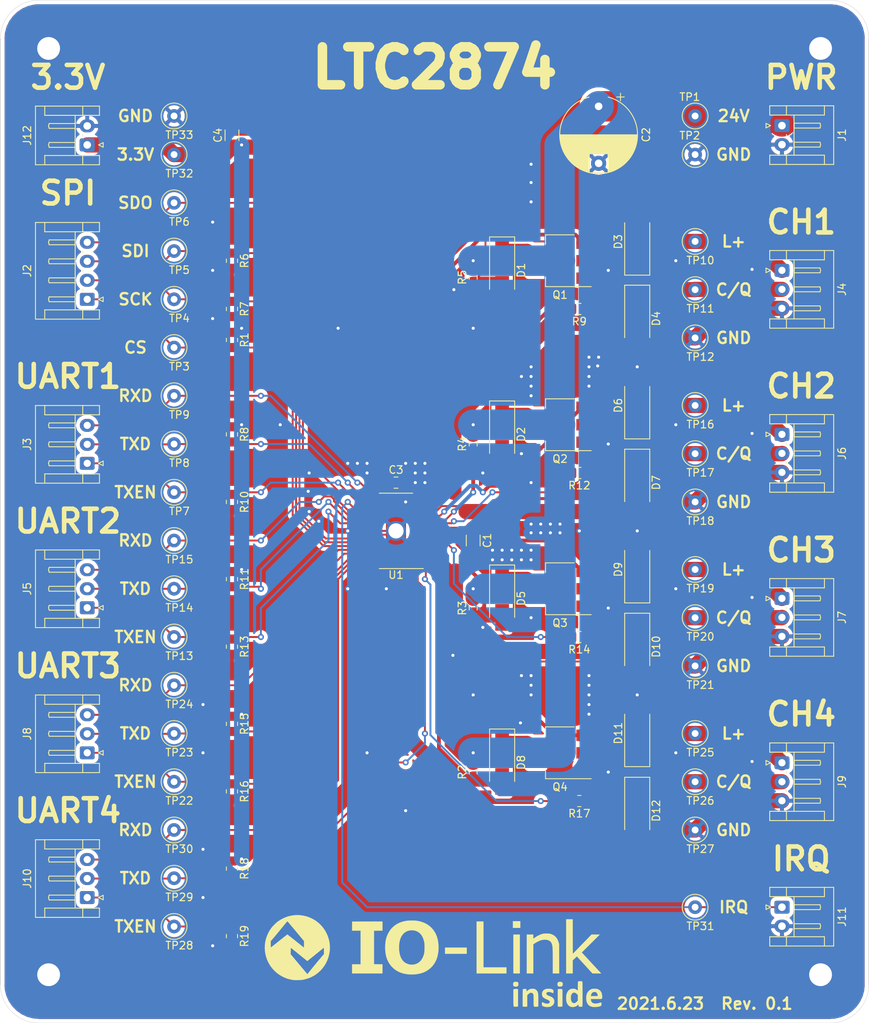
<source format=kicad_pcb>
(kicad_pcb (version 20171130) (host pcbnew "(5.1.10-1-10_14)")
  (layers (0 F.Cu signal hide) (31 B.Cu signal hide) (34 B.Paste user) (35 F.Paste user) (36 B.SilkS user) (37 F.SilkS user) (38 B.Mask user) (39 F.Mask user) (44 Edge.Cuts user))
  (net 0 "")
  (net 1 GND)
  (net 2 +24V)
  (net 3 +3V3)
  (net 4 "Net-(D1-Pad2)")
  (net 5 "Net-(D1-Pad1)")
  (net 6 "Net-(D2-Pad1)")
  (net 7 "Net-(D2-Pad2)")
  (net 8 "Net-(D3-Pad1)")
  (net 9 "Net-(D4-Pad1)")
  (net 10 "Net-(D5-Pad2)")
  (net 11 "Net-(D5-Pad1)")
  (net 12 "Net-(D6-Pad1)")
  (net 13 "Net-(D7-Pad1)")
  (net 14 "Net-(D8-Pad1)")
  (net 15 "Net-(D8-Pad2)")
  (net 16 "Net-(D9-Pad1)")
  (net 17 "Net-(D10-Pad1)")
  (net 18 "Net-(D11-Pad1)")
  (net 19 "Net-(D12-Pad1)")
  (net 20 "Net-(J2-Pad1)")
  (net 21 "Net-(J2-Pad2)")
  (net 22 "Net-(J2-Pad3)")
  (net 23 "Net-(J2-Pad4)")
  (net 24 "Net-(J3-Pad3)")
  (net 25 "Net-(J3-Pad2)")
  (net 26 "Net-(J3-Pad1)")
  (net 27 "Net-(J5-Pad3)")
  (net 28 "Net-(J5-Pad2)")
  (net 29 "Net-(J5-Pad1)")
  (net 30 "Net-(J8-Pad1)")
  (net 31 "Net-(J8-Pad2)")
  (net 32 "Net-(J8-Pad3)")
  (net 33 "Net-(J10-Pad1)")
  (net 34 "Net-(J10-Pad2)")
  (net 35 "Net-(J10-Pad3)")
  (net 36 "Net-(J11-Pad1)")
  (net 37 "Net-(Q1-Pad1)")
  (net 38 "Net-(Q2-Pad1)")
  (net 39 "Net-(Q3-Pad1)")
  (net 40 "Net-(Q4-Pad1)")
  (net 41 "Net-(R9-Pad2)")
  (net 42 "Net-(R12-Pad2)")
  (net 43 "Net-(R14-Pad2)")
  (net 44 "Net-(R17-Pad2)")
  (module Local:io-link-logo (layer F.Cu) (at 125.73 158.75)
    (fp_text reference G*** hide)
    (fp_text value LOGO hide)
  )
  (module Capacitor_SMD:C_1206_3216Metric_Pad1.33x1.80mm_HandSolder (layer F.Cu) (at 130.81 102.87 270)
    (fp_text reference C1 (at 0 -1.85 90) (layer F.SilkS))
    (fp_text value 1u)
    (pad 2 smd roundrect (at 1.5625 0 270) (size 1.325 1.8) (layers F.Cu F.Paste F.Mask) (roundrect_rratio 0.1886784905660377) (net 1 GND))
    (pad 1 smd roundrect (at -1.5625 0 270) (size 1.325 1.8) (layers F.Cu F.Paste F.Mask) (roundrect_rratio 0.1886784905660377) (net 2 +24V))
  )
  (module Capacitor_THT:CP_Radial_D10.0mm_P7.50mm (layer F.Cu) (at 147.32 45.72 270)
    (fp_text reference C2 (at 3.75 -6.25 90) (layer F.SilkS))
    (fp_text value 100u)
    (pad 1 thru_hole rect (at 0 0 270) (size 2 2) (drill 1) (layers *.Cu *.Mask) (net 2 +24V))
    (pad 2 thru_hole circle (at 7.5 0 270) (size 2 2) (drill 1) (layers *.Cu *.Mask) (net 1 GND))
  )
  (module Capacitor_SMD:C_0805_2012Metric_Pad1.18x1.45mm_HandSolder (layer F.Cu) (at 120.65 95.25)
    (fp_text reference C3 (at 0 -1.68) (layer F.SilkS))
    (fp_text value 0.1u)
    (pad 1 smd roundrect (at -1.0375 0) (size 1.175 1.45) (layers F.Cu F.Paste F.Mask) (roundrect_rratio 0.2127659574468085) (net 3 +3V3))
    (pad 2 smd roundrect (at 1.0375 0) (size 1.175 1.45) (layers F.Cu F.Paste F.Mask) (roundrect_rratio 0.2127659574468085) (net 1 GND))
  )
  (module Capacitor_SMD:C_1206_3216Metric_Pad1.33x1.80mm_HandSolder (layer F.Cu) (at 99.06 49.53 90)
    (fp_text reference C4 (at 0 -1.85 90) (layer F.SilkS))
    (fp_text value 4.7u)
    (pad 1 smd roundrect (at -1.5625 0 90) (size 1.325 1.8) (layers F.Cu F.Paste F.Mask) (roundrect_rratio 0.1886784905660377) (net 3 +3V3))
    (pad 2 smd roundrect (at 1.5625 0 90) (size 1.325 1.8) (layers F.Cu F.Paste F.Mask) (roundrect_rratio 0.1886784905660377) (net 1 GND))
  )
  (module Diode_SMD:D_SMA_Handsoldering (layer F.Cu) (at 134.62 67.31 270)
    (fp_text reference D1 (at 0 -2.5 90) (layer F.SilkS))
    (fp_text value S100)
    (pad 2 smd rect (at 2.5 0 270) (size 3.5 1.8) (layers F.Cu F.Paste F.Mask) (net 4 "Net-(D1-Pad2)"))
    (pad 1 smd rect (at -2.5 0 270) (size 3.5 1.8) (layers F.Cu F.Paste F.Mask) (net 5 "Net-(D1-Pad1)"))
  )
  (module Diode_SMD:D_SMA_Handsoldering (layer F.Cu) (at 134.62 88.9 270)
    (fp_text reference D2 (at 0 -2.5 90) (layer F.SilkS))
    (fp_text value S100)
    (pad 1 smd rect (at -2.5 0 270) (size 3.5 1.8) (layers F.Cu F.Paste F.Mask) (net 6 "Net-(D2-Pad1)"))
    (pad 2 smd rect (at 2.5 0 270) (size 3.5 1.8) (layers F.Cu F.Paste F.Mask) (net 7 "Net-(D2-Pad2)"))
  )
  (module Diode_SMD:D_SMA_Handsoldering (layer F.Cu) (at 152.4 63.54 90)
    (fp_text reference D3 (at 0 -2.5 90) (layer F.SilkS))
    (fp_text value PTZTFTE2536B)
    (pad 2 smd rect (at 2.5 0 90) (size 3.5 1.8) (layers F.Cu F.Paste F.Mask) (net 1 GND))
    (pad 1 smd rect (at -2.5 0 90) (size 3.5 1.8) (layers F.Cu F.Paste F.Mask) (net 8 "Net-(D3-Pad1)"))
  )
  (module Diode_SMD:D_SMA_Handsoldering (layer F.Cu) (at 152.4 73.66 270)
    (fp_text reference D4 (at 0 -2.5 90) (layer F.SilkS))
    (fp_text value PTZTFTE2536B)
    (pad 1 smd rect (at -2.5 0 270) (size 3.5 1.8) (layers F.Cu F.Paste F.Mask) (net 9 "Net-(D4-Pad1)"))
    (pad 2 smd rect (at 2.5 0 270) (size 3.5 1.8) (layers F.Cu F.Paste F.Mask) (net 1 GND))
  )
  (module Diode_SMD:D_SMA_Handsoldering (layer F.Cu) (at 134.62 110.49 270)
    (fp_text reference D5 (at 0 -2.5 90) (layer F.SilkS))
    (fp_text value S100)
    (pad 2 smd rect (at 2.5 0 270) (size 3.5 1.8) (layers F.Cu F.Paste F.Mask) (net 10 "Net-(D5-Pad2)"))
    (pad 1 smd rect (at -2.5 0 270) (size 3.5 1.8) (layers F.Cu F.Paste F.Mask) (net 11 "Net-(D5-Pad1)"))
  )
  (module Diode_SMD:D_SMA_Handsoldering (layer F.Cu) (at 152.4 85.09 90)
    (fp_text reference D6 (at 0 -2.5 90) (layer F.SilkS))
    (fp_text value PTZTFTE2536B)
    (pad 2 smd rect (at 2.5 0 90) (size 3.5 1.8) (layers F.Cu F.Paste F.Mask) (net 1 GND))
    (pad 1 smd rect (at -2.5 0 90) (size 3.5 1.8) (layers F.Cu F.Paste F.Mask) (net 12 "Net-(D6-Pad1)"))
  )
  (module Diode_SMD:D_SMA_Handsoldering (layer F.Cu) (at 152.4 95.25 270)
    (fp_text reference D7 (at 0 -2.5 90) (layer F.SilkS))
    (fp_text value PTZTFTE2536B)
    (pad 1 smd rect (at -2.5 0 270) (size 3.5 1.8) (layers F.Cu F.Paste F.Mask) (net 13 "Net-(D7-Pad1)"))
    (pad 2 smd rect (at 2.5 0 270) (size 3.5 1.8) (layers F.Cu F.Paste F.Mask) (net 1 GND))
  )
  (module Diode_SMD:D_SMA_Handsoldering (layer F.Cu) (at 134.62 132.08 270)
    (fp_text reference D8 (at 0 -2.5 90) (layer F.SilkS))
    (fp_text value S100)
    (pad 1 smd rect (at -2.5 0 270) (size 3.5 1.8) (layers F.Cu F.Paste F.Mask) (net 14 "Net-(D8-Pad1)"))
    (pad 2 smd rect (at 2.5 0 270) (size 3.5 1.8) (layers F.Cu F.Paste F.Mask) (net 15 "Net-(D8-Pad2)"))
  )
  (module Diode_SMD:D_SMA_Handsoldering (layer F.Cu) (at 152.4 106.68 90)
    (fp_text reference D9 (at 0 -2.5 90) (layer F.SilkS))
    (fp_text value PTZTFTE2536B)
    (pad 2 smd rect (at 2.5 0 90) (size 3.5 1.8) (layers F.Cu F.Paste F.Mask) (net 1 GND))
    (pad 1 smd rect (at -2.5 0 90) (size 3.5 1.8) (layers F.Cu F.Paste F.Mask) (net 16 "Net-(D9-Pad1)"))
  )
  (module Diode_SMD:D_SMA_Handsoldering (layer F.Cu) (at 152.4 116.84 270)
    (fp_text reference D10 (at 0 -2.5 90) (layer F.SilkS))
    (fp_text value PTZTFTE2536B)
    (pad 1 smd rect (at -2.5 0 270) (size 3.5 1.8) (layers F.Cu F.Paste F.Mask) (net 17 "Net-(D10-Pad1)"))
    (pad 2 smd rect (at 2.5 0 270) (size 3.5 1.8) (layers F.Cu F.Paste F.Mask) (net 1 GND))
  )
  (module Diode_SMD:D_SMA_Handsoldering (layer F.Cu) (at 152.4 128.23 90)
    (fp_text reference D11 (at 0 -2.5 90) (layer F.SilkS))
    (fp_text value PTZTFTE2536B)
    (pad 2 smd rect (at 2.5 0 90) (size 3.5 1.8) (layers F.Cu F.Paste F.Mask) (net 1 GND))
    (pad 1 smd rect (at -2.5 0 90) (size 3.5 1.8) (layers F.Cu F.Paste F.Mask) (net 18 "Net-(D11-Pad1)"))
  )
  (module Diode_SMD:D_SMA_Handsoldering (layer F.Cu) (at 152.4 138.43 270)
    (fp_text reference D12 (at 0 -2.5 90) (layer F.SilkS))
    (fp_text value PTZTFTE2536B)
    (pad 1 smd rect (at -2.5 0 270) (size 3.5 1.8) (layers F.Cu F.Paste F.Mask) (net 19 "Net-(D12-Pad1)"))
    (pad 2 smd rect (at 2.5 0 270) (size 3.5 1.8) (layers F.Cu F.Paste F.Mask) (net 1 GND))
  )
  (module Connector_JST:JST_EH_S2B-EH_1x02_P2.50mm_Horizontal (layer F.Cu) (at 171.45 48.26 270)
    (fp_text reference J1 (at 1.25 -7.9 90) (layer F.SilkS))
    (fp_text value Conn_01x02_Male)
    (pad 1 thru_hole roundrect (at 0 0 270) (size 1.7 2) (drill 1) (layers *.Cu *.Mask) (roundrect_rratio 0.1470588235294118) (net 2 +24V))
    (pad 2 thru_hole oval (at 2.5 0 270) (size 1.7 2) (drill 1) (layers *.Cu *.Mask) (net 1 GND))
  )
  (module Connector_JST:JST_EH_S4B-EH_1x04_P2.50mm_Horizontal (layer F.Cu) (at 80.01 71.12 90)
    (fp_text reference J2 (at 3.75 -7.9 90) (layer F.SilkS))
    (fp_text value Conn_01x04_Male)
    (pad 1 thru_hole roundrect (at 0 0 90) (size 1.7 1.95) (drill 0.95) (layers *.Cu *.Mask) (roundrect_rratio 0.1470588235294118) (net 20 "Net-(J2-Pad1)"))
    (pad 2 thru_hole oval (at 2.5 0 90) (size 1.7 1.95) (drill 0.95) (layers *.Cu *.Mask) (net 21 "Net-(J2-Pad2)"))
    (pad 3 thru_hole oval (at 5 0 90) (size 1.7 1.95) (drill 0.95) (layers *.Cu *.Mask) (net 22 "Net-(J2-Pad3)"))
    (pad 4 thru_hole oval (at 7.5 0 90) (size 1.7 1.95) (drill 0.95) (layers *.Cu *.Mask) (net 23 "Net-(J2-Pad4)"))
  )
  (module Connector_JST:JST_EH_S3B-EH_1x03_P2.50mm_Horizontal (layer F.Cu) (at 80.01 92.71 90)
    (fp_text reference J3 (at 2.5 -7.9 90) (layer F.SilkS))
    (fp_text value Conn_01x03_Male)
    (pad 3 thru_hole oval (at 5 0 90) (size 1.7 1.95) (drill 0.95) (layers *.Cu *.Mask) (net 24 "Net-(J3-Pad3)"))
    (pad 2 thru_hole oval (at 2.5 0 90) (size 1.7 1.95) (drill 0.95) (layers *.Cu *.Mask) (net 25 "Net-(J3-Pad2)"))
    (pad 1 thru_hole roundrect (at 0 0 90) (size 1.7 1.95) (drill 0.95) (layers *.Cu *.Mask) (roundrect_rratio 0.1470588235294118) (net 26 "Net-(J3-Pad1)"))
  )
  (module Connector_JST:JST_EH_S3B-EH_1x03_P2.50mm_Horizontal (layer F.Cu) (at 171.45 67.31 270)
    (fp_text reference J4 (at 2.5 -7.9 90) (layer F.SilkS))
    (fp_text value Conn_01x03_Male)
    (pad 1 thru_hole roundrect (at 0 0 270) (size 1.7 1.95) (drill 0.95) (layers *.Cu *.Mask) (roundrect_rratio 0.1470588235294118) (net 8 "Net-(D3-Pad1)"))
    (pad 2 thru_hole oval (at 2.5 0 270) (size 1.7 1.95) (drill 0.95) (layers *.Cu *.Mask) (net 9 "Net-(D4-Pad1)"))
    (pad 3 thru_hole oval (at 5 0 270) (size 1.7 1.95) (drill 0.95) (layers *.Cu *.Mask) (net 1 GND))
  )
  (module Connector_JST:JST_EH_S3B-EH_1x03_P2.50mm_Horizontal (layer F.Cu) (at 80.01 111.72 90)
    (fp_text reference J5 (at 2.5 -7.9 90) (layer F.SilkS))
    (fp_text value Conn_01x03_Male)
    (pad 3 thru_hole oval (at 5 0 90) (size 1.7 1.95) (drill 0.95) (layers *.Cu *.Mask) (net 27 "Net-(J5-Pad3)"))
    (pad 2 thru_hole oval (at 2.5 0 90) (size 1.7 1.95) (drill 0.95) (layers *.Cu *.Mask) (net 28 "Net-(J5-Pad2)"))
    (pad 1 thru_hole roundrect (at 0 0 90) (size 1.7 1.95) (drill 0.95) (layers *.Cu *.Mask) (roundrect_rratio 0.1470588235294118) (net 29 "Net-(J5-Pad1)"))
  )
  (module Connector_JST:JST_EH_S3B-EH_1x03_P2.50mm_Horizontal (layer F.Cu) (at 171.45 88.9 270)
    (fp_text reference J6 (at 2.5 -7.9 90) (layer F.SilkS))
    (fp_text value Conn_01x03_Male)
    (pad 3 thru_hole oval (at 5 0 270) (size 1.7 1.95) (drill 0.95) (layers *.Cu *.Mask) (net 1 GND))
    (pad 2 thru_hole oval (at 2.5 0 270) (size 1.7 1.95) (drill 0.95) (layers *.Cu *.Mask) (net 13 "Net-(D7-Pad1)"))
    (pad 1 thru_hole roundrect (at 0 0 270) (size 1.7 1.95) (drill 0.95) (layers *.Cu *.Mask) (roundrect_rratio 0.1470588235294118) (net 12 "Net-(D6-Pad1)"))
  )
  (module Connector_JST:JST_EH_S3B-EH_1x03_P2.50mm_Horizontal (layer F.Cu) (at 171.45 110.49 270)
    (fp_text reference J7 (at 2.5 -7.9 90) (layer F.SilkS))
    (fp_text value Conn_01x03_Male)
    (pad 1 thru_hole roundrect (at 0 0 270) (size 1.7 1.95) (drill 0.95) (layers *.Cu *.Mask) (roundrect_rratio 0.1470588235294118) (net 16 "Net-(D9-Pad1)"))
    (pad 2 thru_hole oval (at 2.5 0 270) (size 1.7 1.95) (drill 0.95) (layers *.Cu *.Mask) (net 17 "Net-(D10-Pad1)"))
    (pad 3 thru_hole oval (at 5 0 270) (size 1.7 1.95) (drill 0.95) (layers *.Cu *.Mask) (net 1 GND))
  )
  (module Connector_JST:JST_EH_S3B-EH_1x03_P2.50mm_Horizontal (layer F.Cu) (at 80.01 130.81 90)
    (fp_text reference J8 (at 2.5 -7.9 90) (layer F.SilkS))
    (fp_text value Conn_01x03_Male)
    (pad 1 thru_hole roundrect (at 0 0 90) (size 1.7 1.95) (drill 0.95) (layers *.Cu *.Mask) (roundrect_rratio 0.1470588235294118) (net 30 "Net-(J8-Pad1)"))
    (pad 2 thru_hole oval (at 2.5 0 90) (size 1.7 1.95) (drill 0.95) (layers *.Cu *.Mask) (net 31 "Net-(J8-Pad2)"))
    (pad 3 thru_hole oval (at 5 0 90) (size 1.7 1.95) (drill 0.95) (layers *.Cu *.Mask) (net 32 "Net-(J8-Pad3)"))
  )
  (module Connector_JST:JST_EH_S3B-EH_1x03_P2.50mm_Horizontal (layer F.Cu) (at 171.45 132.12 270)
    (fp_text reference J9 (at 2.5 -7.9 90) (layer F.SilkS))
    (fp_text value Conn_01x03_Male)
    (pad 3 thru_hole oval (at 5 0 270) (size 1.7 1.95) (drill 0.95) (layers *.Cu *.Mask) (net 1 GND))
    (pad 2 thru_hole oval (at 2.5 0 270) (size 1.7 1.95) (drill 0.95) (layers *.Cu *.Mask) (net 19 "Net-(D12-Pad1)"))
    (pad 1 thru_hole roundrect (at 0 0 270) (size 1.7 1.95) (drill 0.95) (layers *.Cu *.Mask) (roundrect_rratio 0.1470588235294118) (net 18 "Net-(D11-Pad1)"))
  )
  (module Connector_JST:JST_EH_S3B-EH_1x03_P2.50mm_Horizontal (layer F.Cu) (at 80.01 149.86 90)
    (fp_text reference J10 (at 2.5 -7.9 90) (layer F.SilkS))
    (fp_text value Conn_01x03_Male)
    (pad 1 thru_hole roundrect (at 0 0 90) (size 1.7 1.95) (drill 0.95) (layers *.Cu *.Mask) (roundrect_rratio 0.1470588235294118) (net 33 "Net-(J10-Pad1)"))
    (pad 2 thru_hole oval (at 2.5 0 90) (size 1.7 1.95) (drill 0.95) (layers *.Cu *.Mask) (net 34 "Net-(J10-Pad2)"))
    (pad 3 thru_hole oval (at 5 0 90) (size 1.7 1.95) (drill 0.95) (layers *.Cu *.Mask) (net 35 "Net-(J10-Pad3)"))
  )
  (module Connector_JST:JST_EH_S2B-EH_1x02_P2.50mm_Horizontal (layer F.Cu) (at 171.45 151.13 270)
    (fp_text reference J11 (at 1.25 -7.9 90) (layer F.SilkS))
    (fp_text value Conn_01x02_Male)
    (pad 1 thru_hole roundrect (at 0 0 270) (size 1.7 2) (drill 1) (layers *.Cu *.Mask) (roundrect_rratio 0.1470588235294118) (net 36 "Net-(J11-Pad1)"))
    (pad 2 thru_hole oval (at 2.5 0 270) (size 1.7 2) (drill 1) (layers *.Cu *.Mask) (net 1 GND))
  )
  (module Connector_JST:JST_EH_S2B-EH_1x02_P2.50mm_Horizontal (layer F.Cu) (at 80.01 50.8 90)
    (fp_text reference J12 (at 1.25 -7.9 90) (layer F.SilkS))
    (fp_text value Conn_01x02_Male)
    (pad 2 thru_hole oval (at 2.5 0 90) (size 1.7 2) (drill 1) (layers *.Cu *.Mask) (net 1 GND))
    (pad 1 thru_hole roundrect (at 0 0 90) (size 1.7 2) (drill 1) (layers *.Cu *.Mask) (roundrect_rratio 0.1470588235294118) (net 3 +3V3))
  )
  (module Resistor_SMD:R_0805_2012Metric_Pad1.20x1.40mm_HandSolder (layer F.Cu) (at 99.06 76.47 270)
    (fp_text reference R1 (at 0 -1.65 90) (layer F.SilkS))
    (fp_text value 10k)
    (pad 2 smd roundrect (at 1 0 270) (size 1.2 1.4) (layers F.Cu F.Paste F.Mask) (roundrect_rratio 0.2083325) (net 20 "Net-(J2-Pad1)"))
    (pad 1 smd roundrect (at -1 0 270) (size 1.2 1.4) (layers F.Cu F.Paste F.Mask) (roundrect_rratio 0.2083325) (net 3 +3V3))
  )
  (module Resistor_SMD:R_0603_1608Metric_Pad0.98x0.95mm_HandSolder (layer F.Cu) (at 130.81 133.35 90)
    (fp_text reference R2 (at 0 -1.43 90) (layer F.SilkS))
    (fp_text value 0.2)
    (pad 2 smd roundrect (at 0.9125 0 90) (size 0.975 0.95) (layers F.Cu F.Paste F.Mask) (net 2 +24V))
    (pad 1 smd roundrect (at -0.9125 0 90) (size 0.975 0.95) (layers F.Cu F.Paste F.Mask) (net 15 "Net-(D8-Pad2)"))
  )
  (module Resistor_SMD:R_0603_1608Metric_Pad0.98x0.95mm_HandSolder (layer F.Cu) (at 130.81 111.76 90)
    (fp_text reference R3 (at 0 -1.43 90) (layer F.SilkS))
    (fp_text value 0.2)
    (pad 1 smd roundrect (at -0.9125 0 90) (size 0.975 0.95) (layers F.Cu F.Paste F.Mask) (net 10 "Net-(D5-Pad2)"))
    (pad 2 smd roundrect (at 0.9125 0 90) (size 0.975 0.95) (layers F.Cu F.Paste F.Mask) (net 2 +24V))
  )
  (module Resistor_SMD:R_0603_1608Metric_Pad0.98x0.95mm_HandSolder (layer F.Cu) (at 130.81 90.17 90)
    (fp_text reference R4 (at 0 -1.43 90) (layer F.SilkS))
    (fp_text value 0.2)
    (pad 2 smd roundrect (at 0.9125 0 90) (size 0.975 0.95) (layers F.Cu F.Paste F.Mask) (net 2 +24V))
    (pad 1 smd roundrect (at -0.9125 0 90) (size 0.975 0.95) (layers F.Cu F.Paste F.Mask) (net 7 "Net-(D2-Pad2)"))
  )
  (module Resistor_SMD:R_0603_1608Metric_Pad0.98x0.95mm_HandSolder (layer F.Cu) (at 130.81 68.2225 90)
    (fp_text reference R5 (at 0 -1.43 90) (layer F.SilkS))
    (fp_text value 0.2)
    (pad 1 smd roundrect (at -0.9125 0 90) (size 0.975 0.95) (layers F.Cu F.Paste F.Mask) (net 4 "Net-(D1-Pad2)"))
    (pad 2 smd roundrect (at 0.9125 0 90) (size 0.975 0.95) (layers F.Cu F.Paste F.Mask) (net 2 +24V))
  )
  (module Resistor_SMD:R_0805_2012Metric_Pad1.20x1.40mm_HandSolder (layer F.Cu) (at 99.06 66.04 270)
    (fp_text reference R6 (at 0 -1.65 90) (layer F.SilkS))
    (fp_text value 10k)
    (pad 1 smd roundrect (at -1 0 270) (size 1.2 1.4) (layers F.Cu F.Paste F.Mask) (roundrect_rratio 0.2083325) (net 22 "Net-(J2-Pad3)"))
    (pad 2 smd roundrect (at 1 0 270) (size 1.2 1.4) (layers F.Cu F.Paste F.Mask) (roundrect_rratio 0.2083325) (net 1 GND))
  )
  (module Resistor_SMD:R_0805_2012Metric_Pad1.20x1.40mm_HandSolder (layer F.Cu) (at 99.06 72.39 270)
    (fp_text reference R7 (at 0 -1.65 90) (layer F.SilkS))
    (fp_text value 10k)
    (pad 2 smd roundrect (at 1 0 270) (size 1.2 1.4) (layers F.Cu F.Paste F.Mask) (roundrect_rratio 0.2083325) (net 1 GND))
    (pad 1 smd roundrect (at -1 0 270) (size 1.2 1.4) (layers F.Cu F.Paste F.Mask) (roundrect_rratio 0.2083325) (net 21 "Net-(J2-Pad2)"))
  )
  (module Resistor_SMD:R_0805_2012Metric_Pad1.20x1.40mm_HandSolder (layer F.Cu) (at 99.06 88.9 270)
    (fp_text reference R8 (at 0 -1.65 90) (layer F.SilkS))
    (fp_text value 10k)
    (pad 1 smd roundrect (at -1 0 270) (size 1.2 1.4) (layers F.Cu F.Paste F.Mask) (roundrect_rratio 0.2083325) (net 3 +3V3))
    (pad 2 smd roundrect (at 1 0 270) (size 1.2 1.4) (layers F.Cu F.Paste F.Mask) (roundrect_rratio 0.2083325) (net 25 "Net-(J3-Pad2)"))
  )
  (module Resistor_SMD:R_0805_2012Metric_Pad1.20x1.40mm_HandSolder (layer F.Cu) (at 144.78 72.39 180)
    (fp_text reference R9 (at 0 -1.65) (layer F.SilkS))
    (fp_text value 100)
    (pad 1 smd roundrect (at -1 0 180) (size 1.2 1.4) (layers F.Cu F.Paste F.Mask) (roundrect_rratio 0.2083325) (net 37 "Net-(Q1-Pad1)"))
    (pad 2 smd roundrect (at 1 0 180) (size 1.2 1.4) (layers F.Cu F.Paste F.Mask) (roundrect_rratio 0.2083325) (net 41 "Net-(R9-Pad2)"))
  )
  (module Resistor_SMD:R_0805_2012Metric_Pad1.20x1.40mm_HandSolder (layer F.Cu) (at 99.06 97.79 270)
    (fp_text reference R10 (at 0 -1.65 90) (layer F.SilkS))
    (fp_text value 10k)
    (pad 2 smd roundrect (at 1 0 270) (size 1.2 1.4) (layers F.Cu F.Paste F.Mask) (roundrect_rratio 0.2083325) (net 1 GND))
    (pad 1 smd roundrect (at -1 0 270) (size 1.2 1.4) (layers F.Cu F.Paste F.Mask) (roundrect_rratio 0.2083325) (net 26 "Net-(J3-Pad1)"))
  )
  (module Resistor_SMD:R_0805_2012Metric_Pad1.20x1.40mm_HandSolder (layer F.Cu) (at 99.06 107.95 270)
    (fp_text reference R11 (at 0 -1.65 90) (layer F.SilkS))
    (fp_text value 10k)
    (pad 2 smd roundrect (at 1 0 270) (size 1.2 1.4) (layers F.Cu F.Paste F.Mask) (roundrect_rratio 0.2083325) (net 28 "Net-(J5-Pad2)"))
    (pad 1 smd roundrect (at -1 0 270) (size 1.2 1.4) (layers F.Cu F.Paste F.Mask) (roundrect_rratio 0.2083325) (net 3 +3V3))
  )
  (module Resistor_SMD:R_0805_2012Metric_Pad1.20x1.40mm_HandSolder (layer F.Cu) (at 144.78 93.98 180)
    (fp_text reference R12 (at 0 -1.65) (layer F.SilkS))
    (fp_text value 100)
    (pad 2 smd roundrect (at 1 0 180) (size 1.2 1.4) (layers F.Cu F.Paste F.Mask) (roundrect_rratio 0.2083325) (net 42 "Net-(R12-Pad2)"))
    (pad 1 smd roundrect (at -1 0 180) (size 1.2 1.4) (layers F.Cu F.Paste F.Mask) (roundrect_rratio 0.2083325) (net 38 "Net-(Q2-Pad1)"))
  )
  (module Resistor_SMD:R_0805_2012Metric_Pad1.20x1.40mm_HandSolder (layer F.Cu) (at 99.06 116.84 270)
    (fp_text reference R13 (at 0 -1.65 90) (layer F.SilkS))
    (fp_text value 10k)
    (pad 1 smd roundrect (at -1 0 270) (size 1.2 1.4) (layers F.Cu F.Paste F.Mask) (roundrect_rratio 0.2083325) (net 29 "Net-(J5-Pad1)"))
    (pad 2 smd roundrect (at 1 0 270) (size 1.2 1.4) (layers F.Cu F.Paste F.Mask) (roundrect_rratio 0.2083325) (net 1 GND))
  )
  (module Resistor_SMD:R_0805_2012Metric_Pad1.20x1.40mm_HandSolder (layer F.Cu) (at 144.78 115.57 180)
    (fp_text reference R14 (at 0 -1.65) (layer F.SilkS))
    (fp_text value 100)
    (pad 1 smd roundrect (at -1 0 180) (size 1.2 1.4) (layers F.Cu F.Paste F.Mask) (roundrect_rratio 0.2083325) (net 39 "Net-(Q3-Pad1)"))
    (pad 2 smd roundrect (at 1 0 180) (size 1.2 1.4) (layers F.Cu F.Paste F.Mask) (roundrect_rratio 0.2083325) (net 43 "Net-(R14-Pad2)"))
  )
  (module Resistor_SMD:R_0805_2012Metric_Pad1.20x1.40mm_HandSolder (layer F.Cu) (at 99.06 127 270)
    (fp_text reference R15 (at 0 -1.65 90) (layer F.SilkS))
    (fp_text value 10k)
    (pad 1 smd roundrect (at -1 0 270) (size 1.2 1.4) (layers F.Cu F.Paste F.Mask) (roundrect_rratio 0.2083325) (net 3 +3V3))
    (pad 2 smd roundrect (at 1 0 270) (size 1.2 1.4) (layers F.Cu F.Paste F.Mask) (roundrect_rratio 0.2083325) (net 31 "Net-(J8-Pad2)"))
  )
  (module Resistor_SMD:R_0805_2012Metric_Pad1.20x1.40mm_HandSolder (layer F.Cu) (at 99.06 135.89 270)
    (fp_text reference R16 (at 0 -1.65 90) (layer F.SilkS))
    (fp_text value 10k)
    (pad 1 smd roundrect (at -1 0 270) (size 1.2 1.4) (layers F.Cu F.Paste F.Mask) (roundrect_rratio 0.2083325) (net 30 "Net-(J8-Pad1)"))
    (pad 2 smd roundrect (at 1 0 270) (size 1.2 1.4) (layers F.Cu F.Paste F.Mask) (roundrect_rratio 0.2083325) (net 1 GND))
  )
  (module Resistor_SMD:R_0805_2012Metric_Pad1.20x1.40mm_HandSolder (layer F.Cu) (at 144.78 137.16 180)
    (fp_text reference R17 (at 0 -1.65) (layer F.SilkS))
    (fp_text value 100)
    (pad 2 smd roundrect (at 1 0 180) (size 1.2 1.4) (layers F.Cu F.Paste F.Mask) (roundrect_rratio 0.2083325) (net 44 "Net-(R17-Pad2)"))
    (pad 1 smd roundrect (at -1 0 180) (size 1.2 1.4) (layers F.Cu F.Paste F.Mask) (roundrect_rratio 0.2083325) (net 40 "Net-(Q4-Pad1)"))
  )
  (module Resistor_SMD:R_0805_2012Metric_Pad1.20x1.40mm_HandSolder (layer F.Cu) (at 99.06 146.05 270)
    (fp_text reference R18 (at 0 -1.65 90) (layer F.SilkS))
    (fp_text value 10k)
    (pad 2 smd roundrect (at 1 0 270) (size 1.2 1.4) (layers F.Cu F.Paste F.Mask) (roundrect_rratio 0.2083325) (net 34 "Net-(J10-Pad2)"))
    (pad 1 smd roundrect (at -1 0 270) (size 1.2 1.4) (layers F.Cu F.Paste F.Mask) (roundrect_rratio 0.2083325) (net 3 +3V3))
  )
  (module Resistor_SMD:R_0805_2012Metric_Pad1.20x1.40mm_HandSolder (layer F.Cu) (at 99.06 154.94 270)
    (fp_text reference R19 (at 0 -1.65 90) (layer F.SilkS))
    (fp_text value 10k)
    (pad 1 smd roundrect (at -1 0 270) (size 1.2 1.4) (layers F.Cu F.Paste F.Mask) (roundrect_rratio 0.2083325) (net 33 "Net-(J10-Pad1)"))
    (pad 2 smd roundrect (at 1 0 270) (size 1.2 1.4) (layers F.Cu F.Paste F.Mask) (roundrect_rratio 0.2083325) (net 1 GND))
  )
  (module TestPoint:TestPoint_Loop_D2.60mm_Drill0.9mm_Beaded (layer F.Cu) (at 160.02 46.99 180)
    (fp_text reference TP1 (at 0.7 2.5) (layer F.SilkS))
    (fp_text value TestPoint)
    (pad 1 thru_hole circle (at 0 0 180) (size 1.8 1.8) (drill 0.9) (layers *.Cu *.Mask) (net 2 +24V))
  )
  (module TestPoint:TestPoint_Loop_D2.60mm_Drill0.9mm_Beaded (layer F.Cu) (at 160.02 52.07 180)
    (fp_text reference TP2 (at 0.7 2.5) (layer F.SilkS))
    (fp_text value TestPoint)
    (pad 1 thru_hole circle (at 0 0 180) (size 1.8 1.8) (drill 0.9) (layers *.Cu *.Mask) (net 1 GND))
  )
  (module TestPoint:TestPoint_Loop_D2.60mm_Drill0.9mm_Beaded (layer F.Cu) (at 91.44 77.47)
    (fp_text reference TP3 (at 0.7 2.5) (layer F.SilkS))
    (fp_text value TestPoint)
    (pad 1 thru_hole circle (at 0 0) (size 1.8 1.8) (drill 0.9) (layers *.Cu *.Mask) (net 20 "Net-(J2-Pad1)"))
  )
  (module TestPoint:TestPoint_Loop_D2.60mm_Drill0.9mm_Beaded (layer F.Cu) (at 91.44 71.12)
    (fp_text reference TP4 (at 0.7 2.5) (layer F.SilkS))
    (fp_text value TestPoint)
    (pad 1 thru_hole circle (at 0 0) (size 1.8 1.8) (drill 0.9) (layers *.Cu *.Mask) (net 21 "Net-(J2-Pad2)"))
  )
  (module TestPoint:TestPoint_Loop_D2.60mm_Drill0.9mm_Beaded (layer F.Cu) (at 91.44 64.77)
    (fp_text reference TP5 (at 0.7 2.5) (layer F.SilkS))
    (fp_text value TestPoint)
    (pad 1 thru_hole circle (at 0 0) (size 1.8 1.8) (drill 0.9) (layers *.Cu *.Mask) (net 22 "Net-(J2-Pad3)"))
  )
  (module TestPoint:TestPoint_Loop_D2.60mm_Drill0.9mm_Beaded (layer F.Cu) (at 91.44 58.42)
    (fp_text reference TP6 (at 0.7 2.5) (layer F.SilkS))
    (fp_text value TestPoint)
    (pad 1 thru_hole circle (at 0 0) (size 1.8 1.8) (drill 0.9) (layers *.Cu *.Mask) (net 23 "Net-(J2-Pad4)"))
  )
  (module TestPoint:TestPoint_Loop_D2.60mm_Drill0.9mm_Beaded (layer F.Cu) (at 91.44 96.52)
    (fp_text reference TP7 (at 0.7 2.5) (layer F.SilkS))
    (fp_text value TestPoint)
    (pad 1 thru_hole circle (at 0 0) (size 1.8 1.8) (drill 0.9) (layers *.Cu *.Mask) (net 26 "Net-(J3-Pad1)"))
  )
  (module TestPoint:TestPoint_Loop_D2.60mm_Drill0.9mm_Beaded (layer F.Cu) (at 91.44 90.17)
    (fp_text reference TP8 (at 0.7 2.5) (layer F.SilkS))
    (fp_text value TestPoint)
    (pad 1 thru_hole circle (at 0 0) (size 1.8 1.8) (drill 0.9) (layers *.Cu *.Mask) (net 25 "Net-(J3-Pad2)"))
  )
  (module TestPoint:TestPoint_Loop_D2.60mm_Drill0.9mm_Beaded (layer F.Cu) (at 91.44 83.82)
    (fp_text reference TP9 (at 0.7 2.5) (layer F.SilkS))
    (fp_text value TestPoint)
    (pad 1 thru_hole circle (at 0 0) (size 1.8 1.8) (drill 0.9) (layers *.Cu *.Mask) (net 24 "Net-(J3-Pad3)"))
  )
  (module TestPoint:TestPoint_Loop_D2.60mm_Drill0.9mm_Beaded (layer F.Cu) (at 160.02 63.5)
    (fp_text reference TP10 (at 0.7 2.5) (layer F.SilkS))
    (fp_text value TestPoint)
    (pad 1 thru_hole circle (at 0 0) (size 1.8 1.8) (drill 0.9) (layers *.Cu *.Mask) (net 8 "Net-(D3-Pad1)"))
  )
  (module TestPoint:TestPoint_Loop_D2.60mm_Drill0.9mm_Beaded (layer F.Cu) (at 160.02 69.85)
    (fp_text reference TP11 (at 0.7 2.5) (layer F.SilkS))
    (fp_text value TestPoint)
    (pad 1 thru_hole circle (at 0 0) (size 1.8 1.8) (drill 0.9) (layers *.Cu *.Mask) (net 9 "Net-(D4-Pad1)"))
  )
  (module TestPoint:TestPoint_Loop_D2.60mm_Drill0.9mm_Beaded (layer F.Cu) (at 160.02 76.2)
    (fp_text reference TP12 (at 0.7 2.5) (layer F.SilkS))
    (fp_text value TestPoint)
    (pad 1 thru_hole circle (at 0 0) (size 1.8 1.8) (drill 0.9) (layers *.Cu *.Mask) (net 1 GND))
  )
  (module TestPoint:TestPoint_Loop_D2.60mm_Drill0.9mm_Beaded (layer F.Cu) (at 91.44 115.57)
    (fp_text reference TP13 (at 0.7 2.5) (layer F.SilkS))
    (fp_text value TestPoint)
    (pad 1 thru_hole circle (at 0 0) (size 1.8 1.8) (drill 0.9) (layers *.Cu *.Mask) (net 29 "Net-(J5-Pad1)"))
  )
  (module TestPoint:TestPoint_Loop_D2.60mm_Drill0.9mm_Beaded (layer F.Cu) (at 91.44 109.22)
    (fp_text reference TP14 (at 0.7 2.5) (layer F.SilkS))
    (fp_text value TestPoint)
    (pad 1 thru_hole circle (at 0 0) (size 1.8 1.8) (drill 0.9) (layers *.Cu *.Mask) (net 28 "Net-(J5-Pad2)"))
  )
  (module TestPoint:TestPoint_Loop_D2.60mm_Drill0.9mm_Beaded (layer F.Cu) (at 91.44 102.87)
    (fp_text reference TP15 (at 0.7 2.5) (layer F.SilkS))
    (fp_text value TestPoint)
    (pad 1 thru_hole circle (at 0 0) (size 1.8 1.8) (drill 0.9) (layers *.Cu *.Mask) (net 27 "Net-(J5-Pad3)"))
  )
  (module TestPoint:TestPoint_Loop_D2.60mm_Drill0.9mm_Beaded (layer F.Cu) (at 160.02 85.09)
    (fp_text reference TP16 (at 0.7 2.5) (layer F.SilkS))
    (fp_text value TestPoint)
    (pad 1 thru_hole circle (at 0 0) (size 1.8 1.8) (drill 0.9) (layers *.Cu *.Mask) (net 12 "Net-(D6-Pad1)"))
  )
  (module TestPoint:TestPoint_Loop_D2.60mm_Drill0.9mm_Beaded (layer F.Cu) (at 160.02 91.44)
    (fp_text reference TP17 (at 0.7 2.5) (layer F.SilkS))
    (fp_text value TestPoint)
    (pad 1 thru_hole circle (at 0 0) (size 1.8 1.8) (drill 0.9) (layers *.Cu *.Mask) (net 13 "Net-(D7-Pad1)"))
  )
  (module TestPoint:TestPoint_Loop_D2.60mm_Drill0.9mm_Beaded (layer F.Cu) (at 160.02 97.79)
    (fp_text reference TP18 (at 0.7 2.5) (layer F.SilkS))
    (fp_text value TestPoint)
    (pad 1 thru_hole circle (at 0 0) (size 1.8 1.8) (drill 0.9) (layers *.Cu *.Mask) (net 1 GND))
  )
  (module TestPoint:TestPoint_Loop_D2.60mm_Drill0.9mm_Beaded (layer F.Cu) (at 160.02 106.68)
    (fp_text reference TP19 (at 0.7 2.5) (layer F.SilkS))
    (fp_text value TestPoint)
    (pad 1 thru_hole circle (at 0 0) (size 1.8 1.8) (drill 0.9) (layers *.Cu *.Mask) (net 16 "Net-(D9-Pad1)"))
  )
  (module TestPoint:TestPoint_Loop_D2.60mm_Drill0.9mm_Beaded (layer F.Cu) (at 160.02 113.03)
    (fp_text reference TP20 (at 0.7 2.5) (layer F.SilkS))
    (fp_text value TestPoint)
    (pad 1 thru_hole circle (at 0 0) (size 1.8 1.8) (drill 0.9) (layers *.Cu *.Mask) (net 17 "Net-(D10-Pad1)"))
  )
  (module TestPoint:TestPoint_Loop_D2.60mm_Drill0.9mm_Beaded (layer F.Cu) (at 160.02 119.38)
    (fp_text reference TP21 (at 0.7 2.5) (layer F.SilkS))
    (fp_text value TestPoint)
    (pad 1 thru_hole circle (at 0 0) (size 1.8 1.8) (drill 0.9) (layers *.Cu *.Mask) (net 1 GND))
  )
  (module TestPoint:TestPoint_Loop_D2.60mm_Drill0.9mm_Beaded (layer F.Cu) (at 91.44 134.62)
    (fp_text reference TP22 (at 0.7 2.5) (layer F.SilkS))
    (fp_text value TestPoint)
    (pad 1 thru_hole circle (at 0 0) (size 1.8 1.8) (drill 0.9) (layers *.Cu *.Mask) (net 30 "Net-(J8-Pad1)"))
  )
  (module TestPoint:TestPoint_Loop_D2.60mm_Drill0.9mm_Beaded (layer F.Cu) (at 91.44 128.27)
    (fp_text reference TP23 (at 0.7 2.5) (layer F.SilkS))
    (fp_text value TestPoint)
    (pad 1 thru_hole circle (at 0 0) (size 1.8 1.8) (drill 0.9) (layers *.Cu *.Mask) (net 31 "Net-(J8-Pad2)"))
  )
  (module TestPoint:TestPoint_Loop_D2.60mm_Drill0.9mm_Beaded (layer F.Cu) (at 91.44 121.92)
    (fp_text reference TP24 (at 0.7 2.5) (layer F.SilkS))
    (fp_text value TestPoint)
    (pad 1 thru_hole circle (at 0 0) (size 1.8 1.8) (drill 0.9) (layers *.Cu *.Mask) (net 32 "Net-(J8-Pad3)"))
  )
  (module TestPoint:TestPoint_Loop_D2.60mm_Drill0.9mm_Beaded (layer F.Cu) (at 160.02 128.27)
    (fp_text reference TP25 (at 0.7 2.5) (layer F.SilkS))
    (fp_text value TestPoint)
    (pad 1 thru_hole circle (at 0 0) (size 1.8 1.8) (drill 0.9) (layers *.Cu *.Mask) (net 18 "Net-(D11-Pad1)"))
  )
  (module TestPoint:TestPoint_Loop_D2.60mm_Drill0.9mm_Beaded (layer F.Cu) (at 160.02 134.62)
    (fp_text reference TP26 (at 0.7 2.5) (layer F.SilkS))
    (fp_text value TestPoint)
    (pad 1 thru_hole circle (at 0 0) (size 1.8 1.8) (drill 0.9) (layers *.Cu *.Mask) (net 19 "Net-(D12-Pad1)"))
  )
  (module TestPoint:TestPoint_Loop_D2.60mm_Drill0.9mm_Beaded (layer F.Cu) (at 160.02 140.97)
    (fp_text reference TP27 (at 0.7 2.5) (layer F.SilkS))
    (fp_text value TestPoint)
    (pad 1 thru_hole circle (at 0 0) (size 1.8 1.8) (drill 0.9) (layers *.Cu *.Mask) (net 1 GND))
  )
  (module TestPoint:TestPoint_Loop_D2.60mm_Drill0.9mm_Beaded (layer F.Cu) (at 91.44 153.67)
    (fp_text reference TP28 (at 0.7 2.5) (layer F.SilkS))
    (fp_text value TestPoint)
    (pad 1 thru_hole circle (at 0 0) (size 1.8 1.8) (drill 0.9) (layers *.Cu *.Mask) (net 33 "Net-(J10-Pad1)"))
  )
  (module TestPoint:TestPoint_Loop_D2.60mm_Drill0.9mm_Beaded (layer F.Cu) (at 91.44 147.32)
    (fp_text reference TP29 (at 0.7 2.5) (layer F.SilkS))
    (fp_text value TestPoint)
    (pad 1 thru_hole circle (at 0 0) (size 1.8 1.8) (drill 0.9) (layers *.Cu *.Mask) (net 34 "Net-(J10-Pad2)"))
  )
  (module TestPoint:TestPoint_Loop_D2.60mm_Drill0.9mm_Beaded (layer F.Cu) (at 91.44 140.97)
    (fp_text reference TP30 (at 0.7 2.5) (layer F.SilkS))
    (fp_text value TestPoint)
    (pad 1 thru_hole circle (at 0 0) (size 1.8 1.8) (drill 0.9) (layers *.Cu *.Mask) (net 35 "Net-(J10-Pad3)"))
  )
  (module TestPoint:TestPoint_Loop_D2.60mm_Drill0.9mm_Beaded (layer F.Cu) (at 160.02 151.13)
    (fp_text reference TP31 (at 0.7 2.5) (layer F.SilkS))
    (fp_text value TestPoint)
    (pad 1 thru_hole circle (at 0 0) (size 1.8 1.8) (drill 0.9) (layers *.Cu *.Mask) (net 36 "Net-(J11-Pad1)"))
  )
  (module TestPoint:TestPoint_Loop_D2.60mm_Drill0.9mm_Beaded (layer F.Cu) (at 91.44 52.07)
    (fp_text reference TP32 (at 0.7 2.5) (layer F.SilkS))
    (fp_text value TestPoint)
    (pad 1 thru_hole circle (at 0 0) (size 1.8 1.8) (drill 0.9) (layers *.Cu *.Mask) (net 3 +3V3))
  )
  (module TestPoint:TestPoint_Loop_D2.60mm_Drill0.9mm_Beaded (layer F.Cu) (at 91.44 46.99)
    (fp_text reference TP33 (at 0.7 2.5) (layer F.SilkS))
    (fp_text value TestPoint)
    (pad 1 thru_hole circle (at 0 0) (size 1.8 1.8) (drill 0.9) (layers *.Cu *.Mask) (net 1 GND))
  )
  (module Package_SO:TSSOP-38_4.4x9.7mm_P0.5mm_withPad (layer F.Cu) (at 120.65 101.6 180)
    (fp_text reference U1 (at 0 -5.8) (layer F.SilkS))
    (fp_text value LTC2874)
    (fp_poly (pts (xy 1.27 2.54) (xy -1.27 2.54) (xy -1.27 -2.54) (xy 1.27 -2.54)) (layer F.Cu) (width 0.1))
    (pad 1 smd roundrect (at -2.8625 -4.5 180) (size 1.475 0.3) (layers F.Cu F.Paste F.Mask) (net 33 "Net-(J10-Pad1)"))
    (pad 2 smd roundrect (at -2.8625 -4 180) (size 1.475 0.3) (layers F.Cu F.Paste F.Mask) (net 44 "Net-(R17-Pad2)"))
    (pad 3 smd roundrect (at -2.8625 -3.5 180) (size 1.475 0.3) (layers F.Cu F.Paste F.Mask) (net 15 "Net-(D8-Pad2)"))
    (pad 4 smd roundrect (at -2.8625 -3 180) (size 1.475 0.3) (layers F.Cu F.Paste F.Mask) (net 18 "Net-(D11-Pad1)"))
    (pad 5 smd roundrect (at -2.8625 -2.5 180) (size 1.475 0.3) (layers F.Cu F.Paste F.Mask) (net 19 "Net-(D12-Pad1)"))
    (pad 6 smd roundrect (at -2.8625 -2 180) (size 1.475 0.3) (layers F.Cu F.Paste F.Mask) (net 17 "Net-(D10-Pad1)"))
    (pad 7 smd roundrect (at -2.8625 -1.5 180) (size 1.475 0.3) (layers F.Cu F.Paste F.Mask) (net 43 "Net-(R14-Pad2)"))
    (pad 8 smd roundrect (at -2.8625 -1 180) (size 1.475 0.3) (layers F.Cu F.Paste F.Mask) (net 10 "Net-(D5-Pad2)"))
    (pad 9 smd roundrect (at -2.8625 -0.5 180) (size 1.475 0.3) (layers F.Cu F.Paste F.Mask) (net 16 "Net-(D9-Pad1)"))
    (pad 10 smd roundrect (at -2.8625 0 180) (size 1.475 0.3) (layers F.Cu F.Paste F.Mask) (net 2 +24V))
    (pad 11 smd roundrect (at -2.8625 0.5 180) (size 1.475 0.3) (layers F.Cu F.Paste F.Mask) (net 2 +24V))
    (pad 12 smd roundrect (at -2.8625 1 180) (size 1.475 0.3) (layers F.Cu F.Paste F.Mask) (net 42 "Net-(R12-Pad2)"))
    (pad 13 smd roundrect (at -2.8625 1.5 180) (size 1.475 0.3) (layers F.Cu F.Paste F.Mask) (net 7 "Net-(D2-Pad2)"))
    (pad 14 smd roundrect (at -2.8625 2 180) (size 1.475 0.3) (layers F.Cu F.Paste F.Mask) (net 12 "Net-(D6-Pad1)"))
    (pad 15 smd roundrect (at -2.8625 2.5 180) (size 1.475 0.3) (layers F.Cu F.Paste F.Mask) (net 13 "Net-(D7-Pad1)"))
    (pad 16 smd roundrect (at -2.8625 3 180) (size 1.475 0.3) (layers F.Cu F.Paste F.Mask) (net 9 "Net-(D4-Pad1)"))
    (pad 17 smd roundrect (at -2.8625 3.5 180) (size 1.475 0.3) (layers F.Cu F.Paste F.Mask) (net 41 "Net-(R9-Pad2)"))
    (pad 18 smd roundrect (at -2.8625 4 180) (size 1.475 0.3) (layers F.Cu F.Paste F.Mask) (net 4 "Net-(D1-Pad2)"))
    (pad 19 smd roundrect (at -2.8625 4.5 180) (size 1.475 0.3) (layers F.Cu F.Paste F.Mask) (net 8 "Net-(D3-Pad1)"))
    (pad 20 smd roundrect (at 2.8625 4.5 180) (size 1.475 0.3) (layers F.Cu F.Paste F.Mask) (net 24 "Net-(J3-Pad3)"))
    (pad 21 smd roundrect (at 2.8625 4 180) (size 1.475 0.3) (layers F.Cu F.Paste F.Mask) (net 25 "Net-(J3-Pad2)"))
    (pad 22 smd roundrect (at 2.8625 3.5 180) (size 1.475 0.3) (layers F.Cu F.Paste F.Mask) (net 26 "Net-(J3-Pad1)"))
    (pad 23 smd roundrect (at 2.8625 3 180) (size 1.475 0.3) (layers F.Cu F.Paste F.Mask) (net 36 "Net-(J11-Pad1)"))
    (pad 24 smd roundrect (at 2.8625 2.5 180) (size 1.475 0.3) (layers F.Cu F.Paste F.Mask) (net 23 "Net-(J2-Pad4)"))
    (pad 25 smd roundrect (at 2.8625 2 180) (size 1.475 0.3) (layers F.Cu F.Paste F.Mask) (net 27 "Net-(J5-Pad3)"))
    (pad 26 smd roundrect (at 2.8625 1.5 180) (size 1.475 0.3) (layers F.Cu F.Paste F.Mask) (net 28 "Net-(J5-Pad2)"))
    (pad 27 smd roundrect (at 2.8625 1 180) (size 1.475 0.3) (layers F.Cu F.Paste F.Mask) (net 29 "Net-(J5-Pad1)"))
    (pad 28 smd roundrect (at 2.8625 0.5 180) (size 1.475 0.3) (layers F.Cu F.Paste F.Mask) (net 3 +3V3))
    (pad 29 smd roundrect (at 2.8625 0 180) (size 1.475 0.3) (layers F.Cu F.Paste F.Mask) (net 1 GND))
    (pad 30 smd roundrect (at 2.8625 -0.5 180) (size 1.475 0.3) (layers F.Cu F.Paste F.Mask) (net 1 GND))
    (pad 31 smd roundrect (at 2.8625 -1 180) (size 1.475 0.3) (layers F.Cu F.Paste F.Mask) (net 22 "Net-(J2-Pad3)"))
    (pad 32 smd roundrect (at 2.8625 -1.5 180) (size 1.475 0.3) (layers F.Cu F.Paste F.Mask) (net 21 "Net-(J2-Pad2)"))
    (pad 33 smd roundrect (at 2.8625 -2 180) (size 1.475 0.3) (layers F.Cu F.Paste F.Mask) (net 20 "Net-(J2-Pad1)"))
    (pad 34 smd roundrect (at 2.8625 -2.5 180) (size 1.475 0.3) (layers F.Cu F.Paste F.Mask) (net 32 "Net-(J8-Pad3)"))
    (pad 35 smd roundrect (at 2.8625 -3 180) (size 1.475 0.3) (layers F.Cu F.Paste F.Mask) (net 31 "Net-(J8-Pad2)"))
    (pad 36 smd roundrect (at 2.8625 -3.5 180) (size 1.475 0.3) (layers F.Cu F.Paste F.Mask) (net 30 "Net-(J8-Pad1)"))
    (pad 37 smd roundrect (at 2.8625 -4 180) (size 1.475 0.3) (layers F.Cu F.Paste F.Mask) (net 35 "Net-(J10-Pad3)"))
    (pad 38 smd roundrect (at 2.8625 -4.5 180) (size 1.475 0.3) (layers F.Cu F.Paste F.Mask) (net 34 "Net-(J10-Pad2)"))
    (pad 39 thru_hole circle (at 0 0 180) (size 2.6 2.6) (drill 2) (layers *.Cu *.Mask) (net 1 GND))
  )
  (module Package_TO_SOT_SMD:SOT-223-3_TabPin2_empty (layer F.Cu) (at 142.24 66.04 180)
    (fp_text reference Q1 (at 0 -4.5) (layer F.SilkS))
    (fp_text value FQT7N10LTF)
    (pad 1 smd rect (at -3.15 -2.3 180) (size 2 1.5) (layers F.Cu F.Paste F.Mask) (net 37 "Net-(Q1-Pad1)"))
    (pad 3 smd rect (at -3.15 2.3 180) (size 2 1.5) (layers F.Cu F.Paste F.Mask) (net 8 "Net-(D3-Pad1)"))
    (pad "" smd rect (at -3.15 0 180) (size 2 1.5) (layers F.Cu F.Paste F.Mask))
    (pad 2 smd rect (at 3.15 0 180) (size 2 3.8) (layers F.Cu F.Paste F.Mask) (net 5 "Net-(D1-Pad1)"))
  )
  (module Package_TO_SOT_SMD:SOT-223-3_TabPin2_empty (layer F.Cu) (at 142.24 87.63 180)
    (fp_text reference Q2 (at 0 -4.5) (layer F.SilkS))
    (fp_text value FQT7N10LTF)
    (pad 2 smd rect (at 3.15 0 180) (size 2 3.8) (layers F.Cu F.Paste F.Mask) (net 6 "Net-(D2-Pad1)"))
    (pad "" smd rect (at -3.15 0 180) (size 2 1.5) (layers F.Cu F.Paste F.Mask))
    (pad 3 smd rect (at -3.15 2.3 180) (size 2 1.5) (layers F.Cu F.Paste F.Mask) (net 12 "Net-(D6-Pad1)"))
    (pad 1 smd rect (at -3.15 -2.3 180) (size 2 1.5) (layers F.Cu F.Paste F.Mask) (net 38 "Net-(Q2-Pad1)"))
  )
  (module Package_TO_SOT_SMD:SOT-223-3_TabPin2_empty (layer F.Cu) (at 142.24 109.22 180)
    (fp_text reference Q3 (at 0 -4.5) (layer F.SilkS))
    (fp_text value FQT7N10LTF)
    (pad 1 smd rect (at -3.15 -2.3 180) (size 2 1.5) (layers F.Cu F.Paste F.Mask) (net 39 "Net-(Q3-Pad1)"))
    (pad 3 smd rect (at -3.15 2.3 180) (size 2 1.5) (layers F.Cu F.Paste F.Mask) (net 16 "Net-(D9-Pad1)"))
    (pad "" smd rect (at -3.15 0 180) (size 2 1.5) (layers F.Cu F.Paste F.Mask))
    (pad 2 smd rect (at 3.15 0 180) (size 2 3.8) (layers F.Cu F.Paste F.Mask) (net 11 "Net-(D5-Pad1)"))
  )
  (module Package_TO_SOT_SMD:SOT-223-3_TabPin2_empty (layer F.Cu) (at 142.24 130.81 180)
    (fp_text reference Q4 (at 0 -4.5) (layer F.SilkS))
    (fp_text value FQT7N10LTF)
    (pad 2 smd rect (at 3.15 0 180) (size 2 3.8) (layers F.Cu F.Paste F.Mask) (net 14 "Net-(D8-Pad1)"))
    (pad "" smd rect (at -3.15 0 180) (size 2 1.5) (layers F.Cu F.Paste F.Mask))
    (pad 3 smd rect (at -3.15 2.3 180) (size 2 1.5) (layers F.Cu F.Paste F.Mask) (net 18 "Net-(D11-Pad1)"))
    (pad 1 smd rect (at -3.15 -2.3 180) (size 2 1.5) (layers F.Cu F.Paste F.Mask) (net 40 "Net-(Q4-Pad1)"))
  )
  (gr_text TXEN (at 86.36 153.67) (layer F.SilkS) (effects (font (size 1.5 1.5) (thickness 0.3))))
  (gr_text RXD (at 86.36 140.97) (layer F.SilkS) (effects (font (size 1.5 1.5) (thickness 0.3))))
  (gr_text TXD (at 86.36 147.32) (layer F.SilkS) (effects (font (size 1.5 1.5) (thickness 0.3))))
  (gr_text TXEN (at 86.36 134.62) (layer F.SilkS) (effects (font (size 1.5 1.5) (thickness 0.3))))
  (gr_text RXD (at 86.36 121.92) (layer F.SilkS) (effects (font (size 1.5 1.5) (thickness 0.3))))
  (gr_text TXD (at 86.36 128.27) (layer F.SilkS) (effects (font (size 1.5 1.5) (thickness 0.3))))
  (gr_text TXEN (at 86.36 115.57) (layer F.SilkS) (effects (font (size 1.5 1.5) (thickness 0.3))))
  (gr_text RXD (at 86.36 102.87) (layer F.SilkS) (effects (font (size 1.5 1.5) (thickness 0.3))))
  (gr_text TXD (at 86.36 109.22) (layer F.SilkS) (effects (font (size 1.5 1.5) (thickness 0.3))))
  (gr_text TXEN (at 86.36 96.52) (layer F.SilkS) (effects (font (size 1.5 1.5) (thickness 0.3))))
  (gr_text TXD (at 86.36 90.17) (layer F.SilkS) (effects (font (size 1.5 1.5) (thickness 0.3))))
  (gr_text RXD (at 86.36 83.82) (layer F.SilkS) (effects (font (size 1.5 1.5) (thickness 0.3))))
  (gr_text IRQ (at 165.1 151.13) (layer F.SilkS) (effects (font (size 1.5 1.5) (thickness 0.3))))
  (gr_text C/Q (at 165.1 134.62) (layer F.SilkS) (effects (font (size 1.5 1.5) (thickness 0.3))))
  (gr_text L+ (at 165.1 128.27) (layer F.SilkS) (effects (font (size 1.5 1.5) (thickness 0.3))))
  (gr_text GND (at 165.1 140.97) (layer F.SilkS) (effects (font (size 1.5 1.5) (thickness 0.3))))
  (gr_text C/Q (at 165.1 113.03) (layer F.SilkS) (effects (font (size 1.5 1.5) (thickness 0.3))))
  (gr_text L+ (at 165.1 106.68) (layer F.SilkS) (effects (font (size 1.5 1.5) (thickness 0.3))))
  (gr_text GND (at 165.1 119.38) (layer F.SilkS) (effects (font (size 1.5 1.5) (thickness 0.3))))
  (gr_text LTC2874 (at 125.73 40.64) (layer F.SilkS) (effects (font (size 5 5) (thickness 1.25))))
  (gr_text "2021.6.23  Rev. 0.1" (at 161.29 163.83) (layer F.SilkS) (effects (font (size 1.5 1.5) (thickness 0.3))))
  (gr_line (start 73.66 31.75) (end 177.8 31.75) (layer Edge.Cuts) (width 0.05))
  (gr_text 3.3V (at 86.36 52.07) (layer F.SilkS) (effects (font (size 1.5 1.5) (thickness 0.3))))
  (gr_text GND (at 86.36 46.99) (layer F.SilkS) (effects (font (size 1.5 1.5) (thickness 0.3))))
  (gr_line (start 68.58 161.29) (end 68.58 36.83) (layer Edge.Cuts) (width 0.1))
  (gr_arc (start 177.8 36.83) (end 182.88 36.83) (angle -90) (layer Edge.Cuts) (width 0.05))
  (gr_arc (start 73.66 36.83) (end 73.66 31.75) (angle -90) (layer Edge.Cuts) (width 0.05))
  (gr_line (start 73.66 166.37) (end 177.8 166.37) (layer Edge.Cuts) (width 0.05))
  (gr_line (start 182.88 161.29) (end 182.88 36.83) (layer Edge.Cuts) (width 0.1))
  (gr_arc (start 73.66 161.29) (end 68.58 161.29) (angle -90) (layer Edge.Cuts) (width 0.05))
  (gr_arc (start 177.8 161.29) (end 177.8 166.37) (angle -90) (layer Edge.Cuts) (width 0.05))
  (gr_text IRQ (at 173.99 144.78) (layer F.SilkS) (effects (font (size 3 3) (thickness 0.6))))
  (gr_text UART4 (at 77.47 138.43) (layer F.SilkS) (effects (font (size 3 3) (thickness 0.6))))
  (gr_text UART3 (at 77.47 119.38) (layer F.SilkS) (effects (font (size 3 3) (thickness 0.6))))
  (gr_text UART2 (at 77.47 100.33) (layer F.SilkS) (effects (font (size 3 3) (thickness 0.6))))
  (gr_text UART1 (at 77.47 81.28) (layer F.SilkS) (effects (font (size 3 3) (thickness 0.6))))
  (gr_text 3.3V (at 77.47 41.91) (layer F.SilkS) (effects (font (size 3 3) (thickness 0.6))))
  (gr_text SDO (at 86.36 58.42) (layer F.SilkS) (effects (font (size 1.5 1.5) (thickness 0.3))))
  (gr_text SDI (at 86.36 64.77) (layer F.SilkS) (effects (font (size 1.5 1.5) (thickness 0.3))))
  (gr_text SCK (at 86.36 71.12) (layer F.SilkS) (effects (font (size 1.5 1.5) (thickness 0.3))))
  (gr_text CS (at 86.36 77.47) (layer F.SilkS) (effects (font (size 1.5 1.5) (thickness 0.3))))
  (gr_text SPI (at 77.47 57.15) (layer F.SilkS) (effects (font (size 3 3) (thickness 0.6))))
  (gr_text PWR (at 173.99 41.91) (layer F.SilkS) (effects (font (size 3 3) (thickness 0.6))))
  (gr_text 24V (at 165.1 46.99) (layer F.SilkS) (effects (font (size 1.5 1.5) (thickness 0.3))))
  (gr_text GND (at 165.1 52.07) (layer F.SilkS) (effects (font (size 1.5 1.5) (thickness 0.3))))
  (gr_text CH4 (at 173.99 125.73) (layer F.SilkS) (effects (font (size 3 3) (thickness 0.6))))
  (gr_text CH3 (at 173.99 104.14) (layer F.SilkS) (effects (font (size 3 3) (thickness 0.6))))
  (gr_text CH2 (at 173.99 82.55) (layer F.SilkS) (effects (font (size 3 3) (thickness 0.6))))
  (gr_text CH1 (at 173.99 60.96) (layer F.SilkS) (effects (font (size 3 3) (thickness 0.6))))
  (gr_text GND (at 165.1 97.79) (layer F.SilkS) (effects (font (size 1.5 1.5) (thickness 0.3))))
  (gr_text C/Q (at 165.1 91.44) (layer F.SilkS) (effects (font (size 1.5 1.5) (thickness 0.3))))
  (gr_text L+ (at 165.1 85.09) (layer F.SilkS) (effects (font (size 1.5 1.5) (thickness 0.3))))
  (gr_text GND (at 165.1 76.2) (layer F.SilkS) (effects (font (size 1.5 1.5) (thickness 0.3))))
  (gr_text C/Q (at 165.1 69.85) (layer F.SilkS) (effects (font (size 1.5 1.5) (thickness 0.3))))
  (gr_text L+ (at 165.1 63.5) (layer F.SilkS) (effects (font (size 1.5 1.5) (thickness 0.3))))
  (via (at 119.38 109.22) (size 0.8) (drill 0.4) (layers F.Cu B.Cu) (net 1))
  (via (at 114.3 109.22) (size 0.8) (drill 0.4) (layers F.Cu B.Cu) (net 1))
  (via (at 138.43 83.82) (size 0.8) (drill 0.4) (layers F.Cu B.Cu) (net 1))
  (via (at 138.43 82.55) (size 0.8) (drill 0.4) (layers F.Cu B.Cu) (net 1))
  (via (at 138.43 81.28) (size 0.8) (drill 0.4) (layers F.Cu B.Cu) (net 1))
  (via (at 138.43 80.01) (size 0.8) (drill 0.4) (layers F.Cu B.Cu) (net 1))
  (via (at 137.16 81.28) (size 0.8) (drill 0.4) (layers F.Cu B.Cu) (net 1))
  (via (at 146.05 78.74) (size 0.8) (drill 0.4) (layers F.Cu B.Cu) (net 1))
  (via (at 146.05 80.01) (size 0.8) (drill 0.4) (layers F.Cu B.Cu) (net 1))
  (via (at 146.05 81.28) (size 0.8) (drill 0.4) (layers F.Cu B.Cu) (net 1))
  (via (at 146.05 82.55) (size 0.8) (drill 0.4) (layers F.Cu B.Cu) (net 1))
  (via (at 147.32 78.74) (size 0.8) (drill 0.4) (layers F.Cu B.Cu) (net 1))
  (via (at 138.43 123.19) (size 0.8) (drill 0.4) (layers F.Cu B.Cu) (net 1))
  (via (at 137.16 120.65) (size 0.8) (drill 0.4) (layers F.Cu B.Cu) (net 1))
  (via (at 146.05 121.92) (size 0.8) (drill 0.4) (layers F.Cu B.Cu) (net 1))
  (via (at 146.05 123.19) (size 0.8) (drill 0.4) (layers F.Cu B.Cu) (net 1))
  (via (at 146.05 124.46) (size 0.8) (drill 0.4) (layers F.Cu B.Cu) (net 1))
  (via (at 146.05 125.73) (size 0.8) (drill 0.4) (layers F.Cu B.Cu) (net 1))
  (via (at 138.43 120.65) (size 0.8) (drill 0.4) (layers F.Cu B.Cu) (net 1))
  (via (at 146.05 120.65) (size 0.8) (drill 0.4) (layers F.Cu B.Cu) (net 1))
  (via (at 134.62 104.14) (size 0.8) (drill 0.4) (layers F.Cu B.Cu) (net 1))
  (via (at 134.62 105.41) (size 0.8) (drill 0.4) (layers F.Cu B.Cu) (net 1))
  (via (at 135.89 104.14) (size 0.8) (drill 0.4) (layers F.Cu B.Cu) (net 1))
  (via (at 135.89 105.41) (size 0.8) (drill 0.4) (layers F.Cu B.Cu) (net 1))
  (via (at 137.16 104.14) (size 0.8) (drill 0.4) (layers F.Cu B.Cu) (net 1))
  (via (at 137.16 105.41) (size 0.8) (drill 0.4) (layers F.Cu B.Cu) (net 1))
  (via (at 138.43 104.14) (size 0.8) (drill 0.4) (layers F.Cu B.Cu) (net 1))
  (via (at 138.43 105.41) (size 0.8) (drill 0.4) (layers F.Cu B.Cu) (net 1))
  (via (at 132.08 114.3) (size 0.8) (drill 0.4) (layers F.Cu B.Cu) (net 1))
  (via (at 116.84 92.71) (size 0.8) (drill 0.4) (layers F.Cu B.Cu) (net 1))
  (via (at 116.84 93.98) (size 0.8) (drill 0.4) (layers F.Cu B.Cu) (net 1))
  (via (at 115.57 92.71) (size 0.8) (drill 0.4) (layers F.Cu B.Cu) (net 1))
  (via (at 114.3 92.71) (size 0.8) (drill 0.4) (layers F.Cu B.Cu) (net 1))
  (via (at 121.92 92.71) (size 0.8) (drill 0.4) (layers F.Cu B.Cu) (net 1))
  (via (at 123.19 92.71) (size 0.8) (drill 0.4) (layers F.Cu B.Cu) (net 1))
  (via (at 124.46 92.71) (size 0.8) (drill 0.4) (layers F.Cu B.Cu) (net 1))
  (via (at 124.46 93.98) (size 0.8) (drill 0.4) (layers F.Cu B.Cu) (net 1))
  (via (at 123.19 93.98) (size 0.8) (drill 0.4) (layers F.Cu B.Cu) (net 1))
  (via (at 123.19 95.25) (size 0.8) (drill 0.4) (layers F.Cu B.Cu) (net 1))
  (via (at 124.46 95.25) (size 0.8) (drill 0.4) (layers F.Cu B.Cu) (net 1))
  (via (at 138.43 55.753) (size 0.8) (drill 0.4) (layers F.Cu B.Cu) (net 1))
  (via (at 138.43 58.293) (size 0.8) (drill 0.4) (layers F.Cu B.Cu) (net 1))
  (via (at 138.43 53.34) (size 0.8) (drill 0.4) (layers F.Cu B.Cu) (net 1))
  (via (at 128.143 117.983) (size 0.8) (drill 0.4) (layers F.Cu B.Cu) (net 1))
  (via (at 137.033 126.873) (size 0.8) (drill 0.4) (layers F.Cu B.Cu) (net 1))
  (via (at 167.513 110.363) (size 0.8) (drill 0.4) (layers F.Cu B.Cu) (net 1))
  (via (at 167.513 88.773) (size 0.8) (drill 0.4) (layers F.Cu B.Cu) (net 1))
  (via (at 167.513 67.183) (size 0.8) (drill 0.4) (layers F.Cu B.Cu) (net 1))
  (via (at 167.513 131.953) (size 0.8) (drill 0.4) (layers F.Cu B.Cu) (net 1))
  (via (at 144.78 101.6) (size 0.8) (drill 0.4) (layers F.Cu B.Cu) (net 1))
  (via (at 147.193 79.883) (size 0.8) (drill 0.4) (layers F.Cu B.Cu) (net 1))
  (via (at 109.093 96.393) (size 0.8) (drill 0.4) (layers F.Cu B.Cu) (net 1))
  (via (at 137.16 91.44) (size 0.8) (drill 0.4) (layers F.Cu B.Cu) (net 1))
  (via (at 138.43 113.03) (size 0.8) (drill 0.4) (layers F.Cu B.Cu) (net 1))
  (via (at 105.41 87.63) (size 0.8) (drill 0.4) (layers F.Cu B.Cu) (net 1))
  (via (at 109.22 93.98) (size 0.8) (drill 0.4) (layers F.Cu B.Cu) (net 1))
  (via (at 109.22 99.06) (size 0.8) (drill 0.4) (layers F.Cu B.Cu) (net 1))
  (via (at 110.49 100.33) (size 0.8) (drill 0.4) (layers F.Cu B.Cu) (net 1))
  (via (at 114.3 101.6) (size 0.8) (drill 0.4) (layers F.Cu B.Cu) (net 1))
  (via (at 113.03 74.93) (size 0.8) (drill 0.4) (layers F.Cu B.Cu) (net 1))
  (via (at 121.92 138.43) (size 0.8) (drill 0.4) (layers F.Cu B.Cu) (net 1))
  (via (at 116.84 130.81) (size 0.8) (drill 0.4) (layers F.Cu B.Cu) (net 1))
  (via (at 176.53 160.02) (size 3.2) (drill 3) (layers F.Cu B.Cu) (net 1))
  (via (at 74.93 160.02) (size 3.2) (drill 3) (layers F.Cu B.Cu) (net 1))
  (via (at 74.93 38.1) (size 3.2) (drill 3) (layers F.Cu B.Cu) (net 1))
  (via (at 176.53 38.1) (size 3.2) (drill 3) (layers F.Cu B.Cu) (net 1))
  (via (at 148.59 90.17) (size 0.8) (drill 0.4) (layers F.Cu B.Cu) (net 1))
  (via (at 148.59 111.76) (size 0.8) (drill 0.4) (layers F.Cu B.Cu) (net 1))
  (via (at 148.59 133.35) (size 0.8) (drill 0.4) (layers F.Cu B.Cu) (net 1))
  (via (at 138.43 95.25) (size 0.8) (drill 0.4) (layers F.Cu B.Cu) (net 1))
  (via (at 132.08 93.98) (size 0.8) (drill 0.4) (layers F.Cu B.Cu) (net 1))
  (via (at 130.81 74.93) (size 0.8) (drill 0.4) (layers F.Cu B.Cu) (net 1))
  (via (at 130.81 123.19) (size 0.8) (drill 0.4) (layers F.Cu B.Cu) (net 1))
  (via (at 128.27 69.85) (size 0.8) (drill 0.4) (layers F.Cu B.Cu) (net 1))
  (via (at 148.59 67.31) (size 0.8) (drill 0.4) (layers F.Cu B.Cu) (net 1))
  (via (at 157.48 66.04) (size 0.8) (drill 0.4) (layers F.Cu B.Cu) (net 1))
  (via (at 157.48 87.63) (size 0.8) (drill 0.4) (layers F.Cu B.Cu) (net 1))
  (via (at 157.48 109.22) (size 0.8) (drill 0.4) (layers F.Cu B.Cu) (net 1))
  (via (at 157.48 130.81) (size 0.8) (drill 0.4) (layers F.Cu B.Cu) (net 1))
  (via (at 96.52 60.96) (size 0.8) (drill 0.4) (layers F.Cu B.Cu) (net 1))
  (via (at 95.25 130.81) (size 0.8) (drill 0.4) (layers F.Cu B.Cu) (net 1))
  (via (at 95.25 143.51) (size 0.8) (drill 0.4) (layers F.Cu B.Cu) (net 1))
  (via (at 138.43 121.92) (size 0.8) (drill 0.4) (layers F.Cu B.Cu) (net 1))
  (via (at 121.92 97.79) (size 0.8) (drill 0.4) (layers F.Cu B.Cu) (net 1))
  (via (at 133.35 105.41) (size 0.8) (drill 0.4) (layers F.Cu B.Cu) (net 1))
  (via (at 133.35 104.14) (size 0.8) (drill 0.4) (layers F.Cu B.Cu) (net 1))
  (via (at 152.4 80.01) (size 0.8) (drill 0.4) (layers F.Cu B.Cu) (net 1))
  (via (at 152.4 101.6) (size 0.8) (drill 0.4) (layers F.Cu B.Cu) (net 1))
  (via (at 152.4 123.19) (size 0.8) (drill 0.4) (layers F.Cu B.Cu) (net 1))
  (via (at 96.52 156.21) (size 0.8) (drill 0.4) (layers F.Cu B.Cu) (net 1))
  (via (at 96.52 67.31) (size 0.8) (drill 0.4) (layers F.Cu B.Cu) (net 1))
  (via (at 96.52 73.66) (size 0.8) (drill 0.4) (layers F.Cu B.Cu) (net 1))
  (segment (start 163.91 72.31) (end 160.02 76.2) (width 2) (layer F.Cu) (net 1))
  (segment (start 171.45 72.31) (end 163.91 72.31) (width 2) (layer F.Cu) (net 1))
  (segment (start 152.44 76.2) (end 152.4 76.16) (width 2) (layer F.Cu) (net 1))
  (segment (start 160.02 76.2) (end 152.44 76.2) (width 2) (layer F.Cu) (net 1))
  (segment (start 163.91 93.9) (end 160.02 97.79) (width 2) (layer F.Cu) (net 1))
  (segment (start 171.45 93.9) (end 163.91 93.9) (width 2) (layer F.Cu) (net 1))
  (segment (start 152.44 97.79) (end 152.4 97.75) (width 2) (layer F.Cu) (net 1))
  (segment (start 160.02 97.79) (end 152.44 97.79) (width 2) (layer F.Cu) (net 1))
  (segment (start 163.91 115.49) (end 160.02 119.38) (width 2) (layer F.Cu) (net 1))
  (segment (start 171.45 115.49) (end 163.91 115.49) (width 2) (layer F.Cu) (net 1))
  (segment (start 152.44 119.38) (end 152.4 119.34) (width 2) (layer F.Cu) (net 1))
  (segment (start 160.02 119.38) (end 152.44 119.38) (width 2) (layer F.Cu) (net 1))
  (segment (start 163.87 137.12) (end 160.02 140.97) (width 2) (layer F.Cu) (net 1))
  (segment (start 171.45 137.12) (end 163.87 137.12) (width 2) (layer F.Cu) (net 1))
  (segment (start 152.44 140.97) (end 152.4 140.93) (width 2) (layer F.Cu) (net 1))
  (segment (start 160.02 140.97) (end 152.44 140.97) (width 2) (layer F.Cu) (net 1))
  (segment (start 152.4 61.04) (end 152.4 59.69) (width 0.25) (layer F.Cu) (net 1))
  (segment (start 117.7875 101.6) (end 119.38 101.6) (width 0.25) (layer F.Cu) (net 1))
  (segment (start 120.15 102.1) (end 120.65 101.6) (width 0.25) (layer F.Cu) (net 1))
  (segment (start 117.7875 102.1) (end 120.15 102.1) (width 0.25) (layer F.Cu) (net 1))
  (segment (start 120.65 99.06) (end 121.92 97.79) (width 0.5) (layer F.Cu) (net 1))
  (via (at 95.25 124.46) (size 0.8) (drill 0.4) (layers F.Cu B.Cu) (net 1))
  (via (at 95.25 149.86) (size 0.8) (drill 0.4) (layers F.Cu B.Cu) (net 1))
  (segment (start 120.65 101.6) (end 120.65 104.016835) (width 2) (layer F.Cu) (net 1))
  (segment (start 120.65 104.016835) (end 120.526835 104.14) (width 2) (layer F.Cu) (net 1))
  (segment (start 120.526835 104.14) (end 119.72501 104.14) (width 2) (layer F.Cu) (net 1))
  (segment (start 120.65 101.6) (end 120.65 99.06) (width 2) (layer F.Cu) (net 1))
  (via (at 139.7 100.711) (size 0.8) (drill 0.4) (layers F.Cu B.Cu) (net 2))
  (via (at 142.24 100.711) (size 0.8) (drill 0.4) (layers F.Cu B.Cu) (net 2))
  (via (at 138.43 100.711) (size 0.8) (drill 0.4) (layers F.Cu B.Cu) (net 2))
  (via (at 140.97 100.711) (size 0.8) (drill 0.4) (layers F.Cu B.Cu) (net 2))
  (via (at 138.43 101.854) (size 0.8) (drill 0.4) (layers F.Cu B.Cu) (net 2))
  (via (at 139.7 101.854) (size 0.8) (drill 0.4) (layers F.Cu B.Cu) (net 2))
  (via (at 140.97 101.854) (size 0.8) (drill 0.4) (layers F.Cu B.Cu) (net 2))
  (via (at 142.24 101.854) (size 0.8) (drill 0.4) (layers F.Cu B.Cu) (net 2))
  (via (at 130.81 87.63) (size 0.8) (drill 0.4) (layers F.Cu B.Cu) (net 2))
  (via (at 130.81 109.22) (size 0.8) (drill 0.4) (layers F.Cu B.Cu) (net 2))
  (via (at 130.81 130.81) (size 0.8) (drill 0.4) (layers F.Cu B.Cu) (net 2))
  (via (at 130.81 66.04) (size 0.8) (drill 0.4) (layers F.Cu B.Cu) (net 2))
  (segment (start 130.81 66.04) (end 130.81 66.93499) (width 2) (layer F.Cu) (net 2))
  (segment (start 130.81 130.81) (end 130.81 132.06249) (width 2) (layer F.Cu) (net 2))
  (segment (start 130.81 109.22) (end 130.81 110.47249) (width 2) (layer F.Cu) (net 2))
  (segment (start 130.81 87.63) (end 130.81 88.88249) (width 2) (layer F.Cu) (net 2))
  (segment (start 130.81 66.04) (end 142.24 66.04) (width 2) (layer B.Cu) (net 2))
  (segment (start 130.81 109.22) (end 142.24 109.22) (width 2) (layer B.Cu) (net 2))
  (segment (start 142.24 87.63) (end 142.24 109.22) (width 2) (layer B.Cu) (net 2))
  (segment (start 142.24 66.04) (end 142.24 87.63) (width 2) (layer B.Cu) (net 2))
  (segment (start 127.2925 101.3075) (end 130.81 101.3075) (width 0.5) (layer F.Cu) (net 2))
  (segment (start 127.2925 101.3075) (end 124.7525 101.3075) (width 0.5) (layer F.Cu) (net 2))
  (segment (start 124.545 101.1) (end 124.7525 101.3075) (width 0.25) (layer F.Cu) (net 2))
  (segment (start 123.5125 101.1) (end 124.545 101.1) (width 0.25) (layer F.Cu) (net 2))
  (segment (start 124.46 101.6) (end 124.7525 101.3075) (width 0.25) (layer F.Cu) (net 2))
  (segment (start 123.5125 101.6) (end 124.46 101.6) (width 0.25) (layer F.Cu) (net 2))
  (segment (start 130.81 101.3075) (end 141.9475 101.3075) (width 2) (layer F.Cu) (net 2))
  (segment (start 161.29 48.26) (end 160.02 46.99) (width 2) (layer F.Cu) (net 2))
  (segment (start 171.45 48.26) (end 161.29 48.26) (width 2) (layer F.Cu) (net 2))
  (segment (start 142.24 50.8) (end 142.24 66.04) (width 2) (layer B.Cu) (net 2))
  (segment (start 147.32 45.72) (end 142.24 50.8) (width 2) (layer B.Cu) (net 2))
  (segment (start 142.24 101.854) (end 138.43 101.854) (width 2) (layer B.Cu) (net 2))
  (segment (start 142.24 100.711) (end 138.43 100.711) (width 2) (layer B.Cu) (net 2))
  (segment (start 130.81 87.63) (end 142.24 87.63) (width 4) (layer B.Cu) (net 2))
  (segment (start 142.179999 110.429999) (end 142.24 110.49) (width 4) (layer B.Cu) (net 2))
  (segment (start 142.24 87.63) (end 142.179999 87.690001) (width 4) (layer B.Cu) (net 2))
  (segment (start 142.24 109.22) (end 142.24 110.49) (width 2) (layer B.Cu) (net 2))
  (segment (start 142.179999 87.690001) (end 142.179999 105.172199) (width 4) (layer B.Cu) (net 2))
  (segment (start 142.24 110.49) (end 142.24 117.983) (width 2) (layer B.Cu) (net 2))
  (segment (start 142.179999 105.172199) (end 142.179999 110.429999) (width 4) (layer B.Cu) (net 2))
  (segment (start 142.24 109.22) (end 132.2324 109.22) (width 4) (layer B.Cu) (net 2))
  (segment (start 142.179999 66.100001) (end 142.24 66.04) (width 4) (layer B.Cu) (net 2))
  (segment (start 142.179999 87.690001) (end 142.179999 66.100001) (width 4) (layer B.Cu) (net 2))
  (segment (start 142.119998 66.04) (end 142.179999 66.100001) (width 4) (layer B.Cu) (net 2))
  (segment (start 130.81 66.04) (end 142.119998 66.04) (width 4) (layer B.Cu) (net 2))
  (segment (start 142.179999 50.860001) (end 142.24 50.8) (width 4) (layer B.Cu) (net 2))
  (segment (start 142.179999 66.100001) (end 142.179999 50.860001) (width 4) (layer B.Cu) (net 2))
  (segment (start 147.32 45.72) (end 142.179999 50.860001) (width 4) (layer B.Cu) (net 2))
  (segment (start 158.75 45.72) (end 160.02 46.99) (width 4) (layer F.Cu) (net 2))
  (segment (start 147.32 45.72) (end 158.75 45.72) (width 4) (layer F.Cu) (net 2))
  (segment (start 170.73001 46.99) (end 171.45 47.70999) (width 4) (layer F.Cu) (net 2))
  (segment (start 160.02 46.99) (end 170.73001 46.99) (width 4) (layer F.Cu) (net 2))
  (segment (start 142.300001 130.749999) (end 142.300001 105.292201) (width 4) (layer B.Cu) (net 2))
  (segment (start 142.24 130.81) (end 142.300001 130.749999) (width 4) (layer B.Cu) (net 2))
  (segment (start 142.300001 105.292201) (end 142.179999 105.172199) (width 4) (layer B.Cu) (net 2))
  (segment (start 130.81 130.81) (end 142.24 130.81) (width 4) (layer B.Cu) (net 2))
  (via (at 100.33 87.63) (size 0.8) (drill 0.4) (layers F.Cu B.Cu) (net 3))
  (via (at 100.33 144.78) (size 0.8) (drill 0.4) (layers F.Cu B.Cu) (net 3))
  (via (at 100.33 125.73) (size 0.8) (drill 0.4) (layers F.Cu B.Cu) (net 3))
  (via (at 100.33 106.68) (size 0.8) (drill 0.4) (layers F.Cu B.Cu) (net 3))
  (via (at 100.33 74.93) (size 0.8) (drill 0.4) (layers F.Cu B.Cu) (net 3))
  (via (at 100.33 50.8) (size 0.8) (drill 0.4) (layers F.Cu B.Cu) (net 3))
  (segment (start 117.7875 101.1) (end 116.984298 101.1) (width 0.25) (layer F.Cu) (net 3))
  (segment (start 118.85001 100.840692) (end 118.85001 95.99001) (width 0.25) (layer F.Cu) (net 3))
  (segment (start 118.590702 101.1) (end 118.85001 100.840692) (width 0.25) (layer F.Cu) (net 3))
  (segment (start 117.7875 101.1) (end 118.590702 101.1) (width 0.25) (layer F.Cu) (net 3))
  (segment (start 90.17 50.8) (end 91.44 52.07) (width 2) (layer F.Cu) (net 3))
  (segment (start 80.01 50.8) (end 90.17 50.8) (width 2) (layer F.Cu) (net 3))
  (segment (start 98.0825 52.07) (end 99.06 51.0925) (width 2) (layer F.Cu) (net 3))
  (segment (start 91.44 52.07) (end 98.0825 52.07) (width 2) (layer F.Cu) (net 3))
  (segment (start 119.6125 92.71) (end 119.6125 96.2875) (width 2) (layer F.Cu) (net 3))
  (segment (start 99.06 51.0925) (end 105.935 51.0925) (width 2) (layer F.Cu) (net 3))
  (segment (start 99.33 144.78) (end 99.06 145.05) (width 0.25) (layer F.Cu) (net 3))
  (segment (start 119.6125 70.3025) (end 119.6125 92.71) (width 2) (layer F.Cu) (net 3))
  (segment (start 105.935 56.625) (end 119.6125 70.3025) (width 2) (layer F.Cu) (net 3))
  (segment (start 105.935 51.0925) (end 105.935 56.625) (width 2) (layer F.Cu) (net 3))
  (segment (start 100.06 145.05) (end 100.33 144.78) (width 0.25) (layer F.Cu) (net 3))
  (segment (start 99.06 145.05) (end 100.06 145.05) (width 0.25) (layer F.Cu) (net 3))
  (segment (start 100.06 126) (end 100.33 125.73) (width 0.25) (layer F.Cu) (net 3))
  (segment (start 99.06 126) (end 100.06 126) (width 0.25) (layer F.Cu) (net 3))
  (segment (start 100.33 144.78) (end 100.33 125.73) (width 2) (layer B.Cu) (net 3))
  (segment (start 100.33 125.73) (end 100.33 118.11) (width 2) (layer B.Cu) (net 3))
  (segment (start 100.33 118.11) (end 100.33 90.17) (width 2) (layer B.Cu) (net 3))
  (segment (start 100.33 90.17) (end 100.33 50.8) (width 2) (layer B.Cu) (net 3))
  (segment (start 99.6 74.93) (end 99.06 75.47) (width 0.25) (layer F.Cu) (net 3))
  (segment (start 100.33 74.93) (end 99.6 74.93) (width 0.25) (layer F.Cu) (net 3))
  (segment (start 99.33 87.63) (end 99.06 87.9) (width 0.25) (layer F.Cu) (net 3))
  (segment (start 100.33 87.63) (end 99.33 87.63) (width 0.25) (layer F.Cu) (net 3))
  (segment (start 99.33 106.68) (end 99.06 106.95) (width 0.25) (layer F.Cu) (net 3))
  (segment (start 100.33 106.68) (end 99.33 106.68) (width 0.25) (layer F.Cu) (net 3))
  (segment (start 133.945 69.135) (end 134.62 69.81) (width 2) (layer F.Cu) (net 4))
  (segment (start 130.81 69.135) (end 133.945 69.135) (width 2) (layer F.Cu) (net 4))
  (segment (start 130.81 69.135) (end 126.11998 73.82502) (width 0.5) (layer F.Cu) (net 4))
  (segment (start 132.427554 67.191283) (end 132.427554 63.185009) (width 0.25) (layer F.Cu) (net 4))
  (segment (start 132.427554 63.185009) (end 133.394999 63.185009) (width 0.25) (layer F.Cu) (net 4))
  (segment (start 125.99498 73.623857) (end 132.427554 67.191283) (width 0.25) (layer F.Cu) (net 4))
  (segment (start 126.244982 73.700018) (end 126.244982 95.53431) (width 0.25) (layer F.Cu) (net 4))
  (segment (start 126.11998 73.82502) (end 126.244982 73.700018) (width 0.25) (layer F.Cu) (net 4))
  (segment (start 132.13501 65.421143) (end 133.394999 64.161154) (width 0.25) (layer F.Cu) (net 4))
  (segment (start 132.13501 67.483827) (end 132.13501 65.421143) (width 0.25) (layer F.Cu) (net 4))
  (segment (start 125.99498 73.623857) (end 132.13501 67.483827) (width 0.25) (layer F.Cu) (net 4))
  (segment (start 125.99498 95.51498) (end 125.99498 73.623857) (width 0.25) (layer F.Cu) (net 4))
  (segment (start 124.65 97.6) (end 125.73 96.52) (width 0.25) (layer F.Cu) (net 4))
  (segment (start 126.098584 95.53431) (end 126.244982 95.53431) (width 0.25) (layer F.Cu) (net 4))
  (segment (start 123.5125 97.6) (end 124.65 97.6) (width 0.25) (layer F.Cu) (net 4))
  (segment (start 125.73 95.902894) (end 126.098584 95.53431) (width 0.25) (layer F.Cu) (net 4))
  (segment (start 125.73 96.52) (end 125.73 95.902894) (width 0.25) (layer F.Cu) (net 4))
  (segment (start 137.86 64.81) (end 139.09 66.04) (width 2) (layer F.Cu) (net 5))
  (segment (start 134.62 64.81) (end 137.86 64.81) (width 2) (layer F.Cu) (net 5))
  (segment (start 137.86 86.4) (end 139.09 87.63) (width 2) (layer F.Cu) (net 6))
  (segment (start 134.62 86.4) (end 137.86 86.4) (width 2) (layer F.Cu) (net 6))
  (via (at 130.81 96.52) (size 0.8) (drill 0.4) (layers F.Cu B.Cu) (net 7))
  (via (at 128.27 99.06) (size 0.8) (drill 0.4) (layers F.Cu B.Cu) (net 7))
  (segment (start 134.3025 91.0825) (end 134.62 91.4) (width 2) (layer F.Cu) (net 7))
  (segment (start 130.81 91.0825) (end 134.3025 91.0825) (width 2) (layer F.Cu) (net 7))
  (segment (start 127.23 100.1) (end 123.5125 100.1) (width 0.25) (layer F.Cu) (net 7))
  (segment (start 128.27 99.06) (end 127.23 100.1) (width 0.25) (layer F.Cu) (net 7))
  (segment (start 130.81 96.52) (end 128.27 99.06) (width 0.5) (layer B.Cu) (net 7))
  (segment (start 130.81 96.52) (end 130.81 91.0825) (width 0.5) (layer F.Cu) (net 7))
  (segment (start 167.64 63.5) (end 171.45 67.31) (width 2) (layer F.Cu) (net 8))
  (segment (start 160.02 63.5) (end 167.64 63.5) (width 2) (layer F.Cu) (net 8))
  (segment (start 150.1 63.74) (end 152.4 66.04) (width 2) (layer F.Cu) (net 8))
  (segment (start 145.39 63.74) (end 150.1 63.74) (width 2) (layer F.Cu) (net 8))
  (segment (start 154.94 63.5) (end 152.4 66.04) (width 2) (layer F.Cu) (net 8))
  (segment (start 160.02 63.5) (end 154.94 63.5) (width 2) (layer F.Cu) (net 8))
  (segment (start 132.189378 62.609999) (end 125.41997 69.379407) (width 0.5) (layer F.Cu) (net 8))
  (segment (start 144.259999 62.609999) (end 132.189378 62.609999) (width 0.5) (layer F.Cu) (net 8))
  (segment (start 145.39 63.74) (end 144.259999 62.609999) (width 0.5) (layer F.Cu) (net 8))
  (segment (start 123.61251 96.99999) (end 123.5125 96.99999) (width 0.5) (layer F.Cu) (net 8))
  (segment (start 125.41997 69.379407) (end 125.41997 95.19253) (width 0.5) (layer F.Cu) (net 8))
  (segment (start 125.41997 95.576514) (end 123.896484 97.1) (width 0.25) (layer F.Cu) (net 8))
  (segment (start 123.896484 97.1) (end 123.5125 97.1) (width 0.25) (layer F.Cu) (net 8))
  (segment (start 125.41997 95.19253) (end 125.41997 95.576514) (width 0.25) (layer F.Cu) (net 8))
  (segment (start 160.06 69.81) (end 160.02 69.85) (width 2) (layer F.Cu) (net 9))
  (segment (start 171.45 69.81) (end 160.06 69.81) (width 2) (layer F.Cu) (net 9))
  (segment (start 153.71 69.85) (end 152.4 71.16) (width 2) (layer F.Cu) (net 9))
  (segment (start 160.02 69.85) (end 153.71 69.85) (width 2) (layer F.Cu) (net 9))
  (segment (start 149.26999 74.29001) (end 141.038707 74.29001) (width 2) (layer F.Cu) (net 9))
  (segment (start 152.4 71.16) (end 149.26999 74.29001) (width 2) (layer F.Cu) (net 9))
  (segment (start 141.038707 74.29001) (end 128.27 87.058717) (width 2) (layer F.Cu) (net 9))
  (segment (start 128.27 92.71) (end 128.27 96.973166) (width 0.25) (layer F.Cu) (net 9))
  (segment (start 128.27 90.17) (end 128.27 96.52) (width 2) (layer F.Cu) (net 9))
  (segment (start 128.27 87.058717) (end 128.27 90.17) (width 2) (layer F.Cu) (net 9))
  (segment (start 128.27 90.17) (end 128.27 92.71) (width 2) (layer F.Cu) (net 9))
  (segment (start 151.049999 68.909967) (end 151.049999 66.740621) (width 0.5) (layer F.Cu) (net 9))
  (segment (start 146.419956 73.54001) (end 151.049999 68.909967) (width 0.5) (layer F.Cu) (net 9))
  (segment (start 128.27 85.998056) (end 140.728046 73.54001) (width 0.5) (layer F.Cu) (net 9))
  (segment (start 140.728046 73.54001) (end 146.419956 73.54001) (width 0.5) (layer F.Cu) (net 9))
  (segment (start 128.27 96.52) (end 128.27 85.998056) (width 0.5) (layer F.Cu) (net 9))
  (segment (start 123.5125 98.6) (end 125.650608 98.6) (width 0.25) (layer F.Cu) (net 9))
  (segment (start 125.650608 98.6) (end 126.460608 97.79) (width 0.25) (layer F.Cu) (net 9))
  (segment (start 127 97.79) (end 128.27 96.52) (width 0.25) (layer F.Cu) (net 9))
  (segment (start 126.460608 97.79) (end 127 97.79) (width 0.25) (layer F.Cu) (net 9))
  (segment (start 134.3025 112.6725) (end 134.62 112.99) (width 2) (layer F.Cu) (net 10))
  (segment (start 123.5125 102.6) (end 128.63359 102.6) (width 0.25) (layer F.Cu) (net 10))
  (segment (start 132.13501 111.70499) (end 131.1675 112.6725) (width 0.25) (layer F.Cu) (net 10))
  (segment (start 130.81 112.6725) (end 131.1675 112.6725) (width 2) (layer F.Cu) (net 10))
  (segment (start 131.1675 112.6725) (end 134.3025 112.6725) (width 2) (layer F.Cu) (net 10))
  (segment (start 128.531824 102.67501) (end 127.618196 102.67501) (width 0.5) (layer F.Cu) (net 10))
  (segment (start 128.74111 102.70752) (end 128.63359 102.70752) (width 0.5) (layer F.Cu) (net 10))
  (segment (start 132.26001 111.57999) (end 131.1675 112.6725) (width 0.5) (layer F.Cu) (net 10))
  (segment (start 132.26001 108.619387) (end 132.26001 111.57999) (width 0.5) (layer F.Cu) (net 10))
  (segment (start 129.45999 105.819367) (end 132.26001 108.619387) (width 0.5) (layer F.Cu) (net 10))
  (segment (start 129.45999 104.05999) (end 129.45999 105.819367) (width 0.5) (layer F.Cu) (net 10))
  (segment (start 128.74111 103.34111) (end 129.45999 104.05999) (width 0.5) (layer F.Cu) (net 10))
  (segment (start 128.74111 102.70752) (end 128.74111 103.34111) (width 0.5) (layer F.Cu) (net 10))
  (segment (start 137.86 107.99) (end 139.09 109.22) (width 2) (layer F.Cu) (net 11))
  (segment (start 134.62 107.99) (end 137.86 107.99) (width 2) (layer F.Cu) (net 11))
  (via (at 127 99.06) (size 0.8) (drill 0.4) (layers F.Cu B.Cu) (net 12))
  (via (at 132.08 96.52) (size 0.8) (drill 0.4) (layers F.Cu B.Cu) (net 12))
  (segment (start 167.64 85.09) (end 171.45 88.9) (width 2) (layer F.Cu) (net 12))
  (segment (start 160.02 85.09) (end 167.64 85.09) (width 2) (layer F.Cu) (net 12))
  (segment (start 150.14 85.33) (end 152.4 87.59) (width 2) (layer F.Cu) (net 12))
  (segment (start 145.39 85.33) (end 150.14 85.33) (width 2) (layer F.Cu) (net 12))
  (segment (start 154.9 85.09) (end 152.4 87.59) (width 2) (layer F.Cu) (net 12))
  (segment (start 160.02 85.09) (end 154.9 85.09) (width 2) (layer F.Cu) (net 12))
  (segment (start 126.46 99.6) (end 123.5125 99.6) (width 0.25) (layer F.Cu) (net 12))
  (segment (start 127 99.06) (end 126.46 99.6) (width 0.25) (layer F.Cu) (net 12))
  (segment (start 132.930001 95.669999) (end 132.08 96.52) (width 0.5) (layer F.Cu) (net 12))
  (segment (start 134.800001 95.669999) (end 132.930001 95.669999) (width 0.5) (layer F.Cu) (net 12))
  (segment (start 145.14 85.33) (end 134.800001 95.669999) (width 0.5) (layer F.Cu) (net 12))
  (segment (start 145.39 85.33) (end 145.14 85.33) (width 0.5) (layer F.Cu) (net 12))
  (segment (start 130.390001 95.669999) (end 127 99.06) (width 0.5) (layer B.Cu) (net 12))
  (segment (start 131.229999 95.669999) (end 130.390001 95.669999) (width 0.5) (layer B.Cu) (net 12))
  (segment (start 132.08 96.52) (end 131.229999 95.669999) (width 0.5) (layer B.Cu) (net 12))
  (segment (start 171.41 91.44) (end 171.45 91.4) (width 2) (layer F.Cu) (net 13))
  (segment (start 160.02 91.44) (end 171.41 91.44) (width 2) (layer F.Cu) (net 13))
  (segment (start 153.71 91.44) (end 152.4 92.75) (width 2) (layer F.Cu) (net 13))
  (segment (start 160.02 91.44) (end 153.71 91.44) (width 2) (layer F.Cu) (net 13))
  (segment (start 152.4 92.75) (end 146.09 99.06) (width 2) (layer F.Cu) (net 13))
  (segment (start 126.651999 98.334999) (end 128.814999 98.334999) (width 0.25) (layer F.Cu) (net 13))
  (segment (start 125.886998 99.1) (end 126.651999 98.334999) (width 0.25) (layer F.Cu) (net 13))
  (segment (start 123.5125 99.1) (end 125.886998 99.1) (width 0.25) (layer F.Cu) (net 13))
  (segment (start 128.814999 98.334999) (end 129.54 99.06) (width 0.25) (layer F.Cu) (net 13))
  (segment (start 146.09 99.06) (end 129.870001 99.06) (width 2) (layer F.Cu) (net 13))
  (segment (start 137.86 129.58) (end 139.09 130.81) (width 2) (layer F.Cu) (net 14))
  (segment (start 134.62 129.58) (end 137.86 129.58) (width 2) (layer F.Cu) (net 14))
  (segment (start 134.3025 134.2625) (end 134.62 134.58) (width 2) (layer F.Cu) (net 15))
  (segment (start 130.81 134.2625) (end 134.3025 134.2625) (width 2) (layer F.Cu) (net 15))
  (segment (start 130.335 134.2625) (end 129.182816 133.110316) (width 0.5) (layer F.Cu) (net 15))
  (segment (start 130.81 134.2625) (end 130.335 134.2625) (width 0.5) (layer F.Cu) (net 15))
  (segment (start 129.182816 133.110316) (end 126.29999 130.22749) (width 0.5) (layer F.Cu) (net 15))
  (segment (start 126.29999 130.22749) (end 126.29999 107.261064) (width 0.5) (layer F.Cu) (net 15))
  (segment (start 126.29999 107.084288) (end 126.29999 107.261064) (width 0.25) (layer F.Cu) (net 15))
  (segment (start 126.29999 106.947878) (end 126.29999 107.261064) (width 0.25) (layer F.Cu) (net 15))
  (segment (start 124.452112 105.1) (end 126.29999 106.947878) (width 0.25) (layer F.Cu) (net 15))
  (segment (start 123.5125 105.1) (end 124.452112 105.1) (width 0.25) (layer F.Cu) (net 15))
  (segment (start 167.64 106.68) (end 171.45 110.49) (width 2) (layer F.Cu) (net 16))
  (segment (start 160.02 106.68) (end 167.64 106.68) (width 2) (layer F.Cu) (net 16))
  (segment (start 150.14 106.92) (end 152.4 109.18) (width 2) (layer F.Cu) (net 16))
  (segment (start 145.39 106.92) (end 150.14 106.92) (width 2) (layer F.Cu) (net 16))
  (segment (start 154.9 106.68) (end 152.4 109.18) (width 2) (layer F.Cu) (net 16))
  (segment (start 160.02 106.68) (end 154.9 106.68) (width 2) (layer F.Cu) (net 16))
  (segment (start 128.77 102.1) (end 123.5125 102.1) (width 0.25) (layer F.Cu) (net 16))
  (segment (start 145.14 106.92) (end 141.09 102.87) (width 0.5) (layer F.Cu) (net 16))
  (segment (start 145.39 106.92) (end 145.14 106.92) (width 0.5) (layer F.Cu) (net 16))
  (segment (start 130.320034 102.87) (end 129.457544 102.00751) (width 0.5) (layer F.Cu) (net 16))
  (segment (start 141.09 102.87) (end 130.320034 102.87) (width 0.5) (layer F.Cu) (net 16))
  (segment (start 129.457544 102.00751) (end 128.854287 102.00751) (width 0.5) (layer F.Cu) (net 16))
  (segment (start 171.41 113.03) (end 171.45 112.99) (width 2) (layer F.Cu) (net 17))
  (segment (start 160.02 113.03) (end 171.41 113.03) (width 2) (layer F.Cu) (net 17))
  (segment (start 153.71 113.03) (end 152.4 114.34) (width 2) (layer F.Cu) (net 17))
  (segment (start 160.02 113.03) (end 153.71 113.03) (width 2) (layer F.Cu) (net 17))
  (segment (start 123.5125 103.6) (end 124.315702 103.6) (width 0.25) (layer F.Cu) (net 17))
  (segment (start 128.467851 113.441634) (end 128.467851 107.752149) (width 2) (layer F.Cu) (net 17))
  (segment (start 132.496227 117.47001) (end 128.467851 113.441634) (width 2) (layer F.Cu) (net 17))
  (segment (start 149.26999 117.47001) (end 132.496227 117.47001) (width 2) (layer F.Cu) (net 17))
  (segment (start 152.4 114.34) (end 149.26999 117.47001) (width 2) (layer F.Cu) (net 17))
  (segment (start 123.5125 103.6) (end 125.19 103.6) (width 0.25) (layer F.Cu) (net 17))
  (segment (start 125.19 103.6) (end 127 105.41) (width 0.25) (layer F.Cu) (net 17))
  (segment (start 128.467851 107.752149) (end 128.467851 106.877851) (width 2) (layer F.Cu) (net 17))
  (segment (start 127 105.41) (end 128.467851 106.877851) (width 0.5) (layer F.Cu) (net 17))
  (segment (start 167.6 128.27) (end 171.45 132.12) (width 2) (layer F.Cu) (net 18))
  (segment (start 160.02 128.27) (end 167.6 128.27) (width 2) (layer F.Cu) (net 18))
  (segment (start 154.86 128.27) (end 152.4 130.73) (width 2) (layer F.Cu) (net 18))
  (segment (start 160.02 128.27) (end 154.86 128.27) (width 2) (layer F.Cu) (net 18))
  (segment (start 150.18 128.51) (end 152.4 130.73) (width 2) (layer F.Cu) (net 18))
  (segment (start 145.39 128.51) (end 150.18 128.51) (width 2) (layer F.Cu) (net 18))
  (segment (start 141.485594 128.51) (end 127 114.024406) (width 0.5) (layer F.Cu) (net 18))
  (segment (start 145.39 128.51) (end 141.485594 128.51) (width 0.5) (layer F.Cu) (net 18))
  (segment (start 127 114.024406) (end 127 107.460622) (width 0.5) (layer F.Cu) (net 18))
  (segment (start 127 107.147888) (end 127 107.460622) (width 0.25) (layer F.Cu) (net 18))
  (segment (start 127.006577 107.454045) (end 127.006577 107.147888) (width 0.5) (layer F.Cu) (net 18))
  (segment (start 127 107.460622) (end 127.006577 107.454045) (width 0.5) (layer F.Cu) (net 18))
  (segment (start 153.625001 116.350001) (end 153.625001 114.988845) (width 0.25) (layer F.Cu) (net 18))
  (segment (start 153.560001 116.415001) (end 153.625001 116.350001) (width 0.25) (layer F.Cu) (net 18))
  (segment (start 131.94739 118.79502) (end 149.818827 118.79502) (width 0.25) (layer F.Cu) (net 18))
  (segment (start 127.142841 113.990471) (end 131.94739 118.79502) (width 0.25) (layer F.Cu) (net 18))
  (segment (start 152.198846 116.415001) (end 153.560001 116.415001) (width 0.25) (layer F.Cu) (net 18))
  (segment (start 149.818827 118.79502) (end 152.198846 116.415001) (width 0.25) (layer F.Cu) (net 18))
  (segment (start 127.142841 107.290729) (end 127.142841 113.990471) (width 0.25) (layer F.Cu) (net 18))
  (segment (start 124.588522 104.6) (end 127 107.011478) (width 0.25) (layer F.Cu) (net 18))
  (segment (start 127 107.011478) (end 127 107.460622) (width 0.25) (layer F.Cu) (net 18))
  (segment (start 123.5125 104.6) (end 124.588522 104.6) (width 0.25) (layer F.Cu) (net 18))
  (segment (start 160.02 134.62) (end 171.45 134.62) (width 2) (layer F.Cu) (net 19))
  (segment (start 153.71 134.62) (end 152.4 135.93) (width 2) (layer F.Cu) (net 19))
  (segment (start 160.02 134.62) (end 153.71 134.62) (width 2) (layer F.Cu) (net 19))
  (segment (start 149.26999 139.06001) (end 132.496227 139.06001) (width 2) (layer F.Cu) (net 19))
  (segment (start 152.4 135.93) (end 149.26999 139.06001) (width 2) (layer F.Cu) (net 19))
  (segment (start 132.496227 139.06001) (end 121.57499 128.138773) (width 2) (layer F.Cu) (net 19))
  (segment (start 121.57499 128.138773) (end 121.57499 106.203128) (width 2) (layer F.Cu) (net 19))
  (segment (start 121.57499 106.203128) (end 121.57499 105.234308) (width 0.25) (layer F.Cu) (net 19))
  (segment (start 122.709298 104.1) (end 121.57499 105.234308) (width 0.25) (layer F.Cu) (net 19))
  (segment (start 123.5125 104.1) (end 122.709298 104.1) (width 0.25) (layer F.Cu) (net 19))
  (segment (start 85.09 71.12) (end 91.44 77.47) (width 0.25) (layer F.Cu) (net 20))
  (segment (start 80.01 71.12) (end 85.09 71.12) (width 0.25) (layer F.Cu) (net 20))
  (segment (start 91.44 77.47) (end 99.06 77.47) (width 0.25) (layer F.Cu) (net 20))
  (segment (start 111.22 103.6) (end 117.7875 103.6) (width 0.25) (layer F.Cu) (net 20))
  (segment (start 111.17001 103.55001) (end 111.070779 103.550009) (width 0.25) (layer F.Cu) (net 20))
  (segment (start 111.22 103.6) (end 111.17001 103.55001) (width 0.25) (layer F.Cu) (net 20))
  (segment (start 105.41 77.47) (end 99.06 77.47) (width 0.25) (layer F.Cu) (net 20))
  (segment (start 107.04998 79.10998) (end 105.41 77.47) (width 0.25) (layer F.Cu) (net 20))
  (segment (start 107.04998 99.52921) (end 107.04998 79.10998) (width 0.25) (layer F.Cu) (net 20))
  (segment (start 111.12077 103.6) (end 107.04998 99.52921) (width 0.25) (layer F.Cu) (net 20))
  (segment (start 111.22 103.6) (end 111.12077 103.6) (width 0.25) (layer F.Cu) (net 20))
  (segment (start 88.94 68.62) (end 91.44 71.12) (width 0.25) (layer F.Cu) (net 21))
  (segment (start 80.01 68.62) (end 88.94 68.62) (width 0.25) (layer F.Cu) (net 21))
  (segment (start 98.79 71.12) (end 99.06 71.39) (width 0.25) (layer F.Cu) (net 21))
  (segment (start 91.44 71.12) (end 98.79 71.12) (width 0.25) (layer F.Cu) (net 21))
  (segment (start 99.33 71.12) (end 99.06 71.39) (width 0.25) (layer F.Cu) (net 21))
  (segment (start 116.984298 103.1) (end 117.7875 103.1) (width 0.25) (layer F.Cu) (net 21))
  (segment (start 105.68 71.39) (end 99.06 71.39) (width 0.25) (layer F.Cu) (net 21))
  (segment (start 107.49999 73.20999) (end 105.68 71.39) (width 0.25) (layer F.Cu) (net 21))
  (segment (start 107.49999 99.34281) (end 107.49999 73.20999) (width 0.25) (layer F.Cu) (net 21))
  (segment (start 111.25718 103.1) (end 107.49999 99.34281) (width 0.25) (layer F.Cu) (net 21))
  (segment (start 117.7875 103.1) (end 111.25718 103.1) (width 0.25) (layer F.Cu) (net 21))
  (segment (start 90.09 66.12) (end 91.44 64.77) (width 0.25) (layer F.Cu) (net 22))
  (segment (start 80.01 66.12) (end 90.09 66.12) (width 0.25) (layer F.Cu) (net 22))
  (segment (start 98.79 64.77) (end 99.06 65.04) (width 0.25) (layer F.Cu) (net 22))
  (segment (start 91.44 64.77) (end 98.79 64.77) (width 0.25) (layer F.Cu) (net 22))
  (segment (start 105.68 65.04) (end 99.06 65.04) (width 0.25) (layer F.Cu) (net 22))
  (segment (start 107.95 67.31) (end 105.68 65.04) (width 0.25) (layer F.Cu) (net 22))
  (segment (start 107.95 99.15641) (end 107.95 67.31) (width 0.25) (layer F.Cu) (net 22))
  (segment (start 111.39359 102.6) (end 107.95 99.15641) (width 0.25) (layer F.Cu) (net 22))
  (segment (start 117.7875 102.6) (end 111.39359 102.6) (width 0.25) (layer F.Cu) (net 22))
  (segment (start 86.24 63.62) (end 91.44 58.42) (width 0.25) (layer F.Cu) (net 23))
  (segment (start 80.01 63.62) (end 86.24 63.62) (width 0.25) (layer F.Cu) (net 23))
  (segment (start 114.536998 99.1) (end 117.7875 99.1) (width 0.25) (layer F.Cu) (net 23))
  (segment (start 112.935011 97.498013) (end 114.536998 99.1) (width 0.25) (layer F.Cu) (net 23))
  (segment (start 105.41 58.42) (end 108.400009 61.410009) (width 0.25) (layer F.Cu) (net 23))
  (segment (start 108.40001 91.693012) (end 112.935011 96.228013) (width 0.25) (layer F.Cu) (net 23))
  (segment (start 91.44 58.42) (end 105.41 58.42) (width 0.25) (layer F.Cu) (net 23))
  (segment (start 112.935011 96.228013) (end 112.935011 97.498013) (width 0.25) (layer F.Cu) (net 23))
  (segment (start 108.400009 61.410009) (end 108.40001 91.693012) (width 0.25) (layer F.Cu) (net 23))
  (via (at 102.87 83.82) (size 0.8) (drill 0.4) (layers F.Cu B.Cu) (net 24))
  (via (at 115.57 95.25) (size 0.8) (drill 0.4) (layers F.Cu B.Cu) (net 24))
  (segment (start 87.55 87.71) (end 91.44 83.82) (width 0.25) (layer F.Cu) (net 24))
  (segment (start 80.01 87.71) (end 87.55 87.71) (width 0.25) (layer F.Cu) (net 24))
  (segment (start 115.9375 95.25) (end 115.57 95.25) (width 0.25) (layer F.Cu) (net 24))
  (segment (start 117.7875 97.1) (end 115.9375 95.25) (width 0.25) (layer F.Cu) (net 24))
  (segment (start 91.44 83.82) (end 102.87 83.82) (width 0.25) (layer F.Cu) (net 24))
  (segment (start 104.14 83.82) (end 115.57 95.25) (width 0.25) (layer B.Cu) (net 24))
  (segment (start 102.87 83.82) (end 104.14 83.82) (width 0.25) (layer B.Cu) (net 24))
  (via (at 102.87 90.17) (size 0.8) (drill 0.4) (layers F.Cu B.Cu) (net 25))
  (via (at 114.3 95.25) (size 0.8) (drill 0.4) (layers F.Cu B.Cu) (net 25))
  (segment (start 91.4 90.21) (end 91.44 90.17) (width 0.25) (layer F.Cu) (net 25))
  (segment (start 80.01 90.21) (end 91.4 90.21) (width 0.25) (layer F.Cu) (net 25))
  (segment (start 98.79 90.17) (end 99.06 89.9) (width 0.25) (layer F.Cu) (net 25))
  (segment (start 116.65 97.6) (end 114.3 95.25) (width 0.25) (layer F.Cu) (net 25))
  (segment (start 117.7875 97.6) (end 116.65 97.6) (width 0.25) (layer F.Cu) (net 25))
  (segment (start 99.33 90.17) (end 99.06 89.9) (width 0.25) (layer F.Cu) (net 25))
  (segment (start 102.87 90.17) (end 99.33 90.17) (width 0.25) (layer F.Cu) (net 25))
  (segment (start 91.44 90.17) (end 99.06 90.17) (width 0.25) (layer F.Cu) (net 25))
  (segment (start 109.22 90.17) (end 114.3 95.25) (width 0.25) (layer B.Cu) (net 25))
  (segment (start 102.87 90.17) (end 109.22 90.17) (width 0.25) (layer B.Cu) (net 25))
  (via (at 102.87 96.52) (size 0.8) (drill 0.4) (layers F.Cu B.Cu) (net 26))
  (via (at 113.03 95.25) (size 0.8) (drill 0.4) (layers F.Cu B.Cu) (net 26))
  (segment (start 87.63 92.71) (end 91.44 96.52) (width 0.25) (layer F.Cu) (net 26))
  (segment (start 80.01 92.71) (end 87.63 92.71) (width 0.25) (layer F.Cu) (net 26))
  (segment (start 115.88 98.1) (end 113.03 95.25) (width 0.25) (layer F.Cu) (net 26))
  (segment (start 117.7875 98.1) (end 115.88 98.1) (width 0.25) (layer F.Cu) (net 26))
  (segment (start 98.79 96.52) (end 99.06 96.79) (width 0.25) (layer F.Cu) (net 26))
  (segment (start 91.44 96.52) (end 98.79 96.52) (width 0.25) (layer F.Cu) (net 26))
  (segment (start 99.33 96.52) (end 99.06 96.79) (width 0.25) (layer F.Cu) (net 26))
  (segment (start 102.87 96.52) (end 99.33 96.52) (width 0.25) (layer F.Cu) (net 26))
  (segment (start 104.14 95.25) (end 102.87 96.52) (width 0.25) (layer B.Cu) (net 26))
  (segment (start 113.03 95.25) (end 104.14 95.25) (width 0.25) (layer B.Cu) (net 26))
  (via (at 102.87 102.87) (size 0.8) (drill 0.4) (layers F.Cu B.Cu) (net 27))
  (via (at 110.49 97.79) (size 0.8) (drill 0.4) (layers F.Cu B.Cu) (net 27))
  (segment (start 87.59 106.72) (end 91.44 102.87) (width 0.25) (layer F.Cu) (net 27))
  (segment (start 80.01 106.72) (end 87.59 106.72) (width 0.25) (layer F.Cu) (net 27))
  (segment (start 111.215001 97.064999) (end 110.49 97.79) (width 0.25) (layer F.Cu) (net 27))
  (segment (start 112.108001 97.064999) (end 111.215001 97.064999) (width 0.25) (layer F.Cu) (net 27))
  (segment (start 112.485001 97.441999) (end 112.108001 97.064999) (width 0.25) (layer F.Cu) (net 27))
  (segment (start 112.485001 97.684413) (end 112.485001 97.441999) (width 0.25) (layer F.Cu) (net 27))
  (segment (start 114.400588 99.6) (end 112.485001 97.684413) (width 0.25) (layer F.Cu) (net 27))
  (segment (start 117.7875 99.6) (end 114.400588 99.6) (width 0.25) (layer F.Cu) (net 27))
  (segment (start 107.95 97.79) (end 102.87 102.87) (width 0.25) (layer B.Cu) (net 27))
  (segment (start 110.49 97.79) (end 107.95 97.79) (width 0.25) (layer B.Cu) (net 27))
  (segment (start 91.44 102.87) (end 102.87 102.87) (width 0.25) (layer F.Cu) (net 27))
  (via (at 102.87 109.22) (size 0.8) (drill 0.4) (layers F.Cu B.Cu) (net 28))
  (via (at 111.76 97.79) (size 0.8) (drill 0.4) (layers F.Cu B.Cu) (net 28))
  (segment (start 80.01 109.22) (end 91.44 109.22) (width 0.25) (layer F.Cu) (net 28))
  (segment (start 102.6 108.95) (end 102.87 109.22) (width 0.25) (layer F.Cu) (net 28))
  (segment (start 99.06 108.95) (end 102.6 108.95) (width 0.25) (layer F.Cu) (net 28))
  (segment (start 114.07 100.1) (end 111.76 97.79) (width 0.25) (layer F.Cu) (net 28))
  (segment (start 117.7875 100.1) (end 114.07 100.1) (width 0.25) (layer F.Cu) (net 28))
  (segment (start 102.87 106.68) (end 102.87 109.22) (width 0.25) (layer B.Cu) (net 28))
  (segment (start 111.76 97.79) (end 102.87 106.68) (width 0.25) (layer B.Cu) (net 28))
  (segment (start 98.79 109.22) (end 99.06 108.95) (width 0.25) (layer F.Cu) (net 28))
  (segment (start 91.44 109.22) (end 98.79 109.22) (width 0.25) (layer F.Cu) (net 28))
  (via (at 102.87 115.57) (size 0.8) (drill 0.4) (layers F.Cu B.Cu) (net 29))
  (via (at 111.76 99.06) (size 0.8) (drill 0.4) (layers F.Cu B.Cu) (net 29))
  (segment (start 87.59 111.72) (end 91.44 115.57) (width 0.25) (layer F.Cu) (net 29))
  (segment (start 80.01 111.72) (end 87.59 111.72) (width 0.25) (layer F.Cu) (net 29))
  (segment (start 98.79 115.57) (end 99.06 115.84) (width 0.25) (layer F.Cu) (net 29))
  (segment (start 91.44 115.57) (end 98.79 115.57) (width 0.25) (layer F.Cu) (net 29))
  (segment (start 117.7875 100.6) (end 113.3 100.6) (width 0.25) (layer F.Cu) (net 29))
  (segment (start 113.3 100.6) (end 111.76 99.06) (width 0.25) (layer F.Cu) (net 29))
  (segment (start 111.76 99.06) (end 111.76 102.87) (width 0.25) (layer B.Cu) (net 29))
  (segment (start 102.87 111.76) (end 102.87 115.57) (width 0.25) (layer B.Cu) (net 29))
  (segment (start 111.76 102.87) (end 102.87 111.76) (width 0.25) (layer B.Cu) (net 29))
  (segment (start 99.33 115.57) (end 99.06 115.84) (width 0.25) (layer F.Cu) (net 29))
  (segment (start 102.87 115.57) (end 99.33 115.57) (width 0.25) (layer F.Cu) (net 29))
  (segment (start 98.79 134.62) (end 99.06 134.89) (width 0.25) (layer F.Cu) (net 30))
  (segment (start 91.44 134.62) (end 98.79 134.62) (width 0.25) (layer F.Cu) (net 30))
  (segment (start 87.63 130.81) (end 91.44 134.62) (width 0.25) (layer F.Cu) (net 30))
  (segment (start 80.01 130.81) (end 87.63 130.81) (width 0.25) (layer F.Cu) (net 30))
  (segment (start 110.49 132.08) (end 107.68 134.89) (width 0.25) (layer F.Cu) (net 30))
  (segment (start 111.30999 108.40001) (end 110.49 109.22) (width 0.25) (layer F.Cu) (net 30))
  (segment (start 110.49 109.22) (end 110.49 132.08) (width 0.25) (layer F.Cu) (net 30))
  (segment (start 111.30999 108.39719) (end 111.30999 108.40001) (width 0.25) (layer F.Cu) (net 30))
  (segment (start 107.68 134.89) (end 99.06 134.89) (width 0.25) (layer F.Cu) (net 30))
  (segment (start 114.60718 105.1) (end 111.30999 108.39719) (width 0.25) (layer F.Cu) (net 30))
  (segment (start 117.7875 105.1) (end 114.60718 105.1) (width 0.25) (layer F.Cu) (net 30))
  (segment (start 91.4 128.31) (end 91.44 128.27) (width 0.25) (layer F.Cu) (net 31))
  (segment (start 80.01 128.31) (end 91.4 128.31) (width 0.25) (layer F.Cu) (net 31))
  (segment (start 98.79 128.27) (end 99.06 128) (width 0.25) (layer F.Cu) (net 31))
  (segment (start 91.44 128.27) (end 98.79 128.27) (width 0.25) (layer F.Cu) (net 31))
  (segment (start 99.06 127.61319) (end 99.06 128) (width 0.25) (layer F.Cu) (net 31))
  (segment (start 99.06 128) (end 101.87 128) (width 0.25) (layer F.Cu) (net 31))
  (segment (start 117.7875 104.6) (end 113.84 104.6) (width 0.25) (layer F.Cu) (net 31))
  (segment (start 113.84 104.6) (end 109.22 109.22) (width 0.25) (layer F.Cu) (net 31))
  (segment (start 109.22 109.22) (end 109.22 125.73) (width 0.25) (layer F.Cu) (net 31))
  (segment (start 106.95 128) (end 99.06 128) (width 0.25) (layer F.Cu) (net 31))
  (segment (start 109.22 125.73) (end 106.95 128) (width 0.25) (layer F.Cu) (net 31))
  (segment (start 87.55 125.81) (end 91.44 121.92) (width 0.25) (layer F.Cu) (net 32))
  (segment (start 80.01 125.81) (end 87.55 125.81) (width 0.25) (layer F.Cu) (net 32))
  (segment (start 100.33 121.92) (end 91.44 121.92) (width 0.25) (layer F.Cu) (net 32))
  (segment (start 117.7875 104.1) (end 113.07 104.1) (width 0.25) (layer F.Cu) (net 32))
  (segment (start 108.76999 113.48001) (end 100.33 121.92) (width 0.25) (layer F.Cu) (net 32))
  (segment (start 108.76999 108.40001) (end 108.76999 113.48001) (width 0.25) (layer F.Cu) (net 32))
  (segment (start 113.07 104.1) (end 108.76999 108.40001) (width 0.25) (layer F.Cu) (net 32))
  (via (at 121.92 132.08) (size 0.8) (drill 0.4) (layers F.Cu B.Cu) (net 33))
  (via (at 124.46 128.27) (size 0.8) (drill 0.4) (layers F.Cu B.Cu) (net 33))
  (segment (start 123.5125 108.2725) (end 124.46 109.22) (width 0.25) (layer F.Cu) (net 33))
  (segment (start 123.5125 106.1) (end 123.5125 108.2725) (width 0.25) (layer F.Cu) (net 33))
  (segment (start 98.79 153.67) (end 99.06 153.94) (width 0.25) (layer F.Cu) (net 33))
  (segment (start 91.44 153.67) (end 98.79 153.67) (width 0.25) (layer F.Cu) (net 33))
  (segment (start 87.63 149.86) (end 91.44 153.67) (width 0.25) (layer F.Cu) (net 33))
  (segment (start 80.01 149.86) (end 87.63 149.86) (width 0.25) (layer F.Cu) (net 33))
  (segment (start 124.46 127) (end 124.46 128.27) (width 0.25) (layer F.Cu) (net 33))
  (segment (start 124.46 109.22) (end 124.46 127) (width 0.25) (layer F.Cu) (net 33))
  (segment (start 124.46 129.54) (end 121.92 132.08) (width 0.25) (layer B.Cu) (net 33))
  (segment (start 124.46 128.27) (end 124.46 129.54) (width 0.25) (layer B.Cu) (net 33))
  (segment (start 120.92 132.08) (end 99.06 153.94) (width 0.25) (layer F.Cu) (net 33))
  (segment (start 121.92 132.08) (end 120.92 132.08) (width 0.25) (layer F.Cu) (net 33))
  (segment (start 91.4 147.36) (end 91.44 147.32) (width 0.25) (layer F.Cu) (net 34))
  (segment (start 80.01 147.36) (end 91.4 147.36) (width 0.25) (layer F.Cu) (net 34))
  (segment (start 98.79 147.32) (end 99.06 147.05) (width 0.25) (layer F.Cu) (net 34))
  (segment (start 91.44 147.32) (end 98.79 147.32) (width 0.25) (layer F.Cu) (net 34))
  (segment (start 117.7875 106.1) (end 114.88 106.1) (width 0.25) (layer F.Cu) (net 34))
  (segment (start 114.88 106.1) (end 113.03 107.95) (width 0.25) (layer F.Cu) (net 34))
  (segment (start 100.403002 147.05) (end 99.06 147.05) (width 0.25) (layer F.Cu) (net 34))
  (segment (start 113.03 134.423002) (end 100.403002 147.05) (width 0.25) (layer F.Cu) (net 34))
  (segment (start 113.03 107.95) (end 113.03 134.423002) (width 0.25) (layer F.Cu) (net 34))
  (segment (start 87.55 144.86) (end 91.44 140.97) (width 0.25) (layer F.Cu) (net 35))
  (segment (start 80.01 144.86) (end 87.55 144.86) (width 0.25) (layer F.Cu) (net 35))
  (segment (start 93.4196 140.97) (end 91.44 140.97) (width 0.25) (layer F.Cu) (net 35))
  (segment (start 114.74359 105.6) (end 111.76 108.58359) (width 0.25) (layer F.Cu) (net 35))
  (segment (start 117.7875 105.6) (end 114.74359 105.6) (width 0.25) (layer F.Cu) (net 35))
  (segment (start 111.76 108.58359) (end 111.76 133.35) (width 0.25) (layer F.Cu) (net 35))
  (segment (start 104.14 140.97) (end 91.44 140.97) (width 0.25) (layer F.Cu) (net 35))
  (segment (start 111.76 133.35) (end 104.14 140.97) (width 0.25) (layer F.Cu) (net 35))
  (via (at 114.3 97.79) (size 0.8) (drill 0.4) (layers F.Cu B.Cu) (net 36))
  (segment (start 171.45 151.13) (end 160.02 151.13) (width 0.25) (layer F.Cu) (net 36))
  (segment (start 116.934308 98.55001) (end 115.06001 98.55001) (width 0.25) (layer F.Cu) (net 36))
  (segment (start 116.984298 98.6) (end 116.934308 98.55001) (width 0.25) (layer F.Cu) (net 36))
  (segment (start 115.06001 98.55001) (end 114.3 97.79) (width 0.25) (layer F.Cu) (net 36))
  (segment (start 117.7875 98.6) (end 116.984298 98.6) (width 0.25) (layer F.Cu) (net 36))
  (segment (start 148.619743 151.13) (end 160.02 151.13) (width 0.25) (layer B.Cu) (net 36))
  (segment (start 113.574999 98.515001) (end 113.574999 147.864999) (width 0.25) (layer B.Cu) (net 36))
  (segment (start 114.3 97.79) (end 113.574999 98.515001) (width 0.25) (layer B.Cu) (net 36))
  (segment (start 113.574999 147.864999) (end 116.84 151.13) (width 0.25) (layer B.Cu) (net 36))
  (segment (start 116.84 151.13) (end 148.59 151.13) (width 0.25) (layer B.Cu) (net 36))
  (segment (start 145.39 72) (end 145.78 72.39) (width 0.5) (layer F.Cu) (net 37))
  (segment (start 145.39 68.34) (end 145.39 72) (width 0.5) (layer F.Cu) (net 37))
  (segment (start 145.39 93.59) (end 145.78 93.98) (width 0.5) (layer F.Cu) (net 38))
  (segment (start 145.39 89.93) (end 145.39 93.59) (width 0.5) (layer F.Cu) (net 38))
  (segment (start 145.39 115.18) (end 145.78 115.57) (width 0.5) (layer F.Cu) (net 39))
  (segment (start 145.39 111.52) (end 145.39 115.18) (width 0.5) (layer F.Cu) (net 39))
  (segment (start 145.39 136.77) (end 145.78 137.16) (width 0.5) (layer F.Cu) (net 40))
  (segment (start 145.39 133.11) (end 145.39 136.77) (width 0.5) (layer F.Cu) (net 40))
  (segment (start 140.888094 72.39) (end 126.81999 86.458104) (width 0.5) (layer F.Cu) (net 41))
  (segment (start 143.78 72.39) (end 140.888094 72.39) (width 0.5) (layer F.Cu) (net 41))
  (segment (start 126.94499 95.470712) (end 126.94499 86.41501) (width 0.25) (layer F.Cu) (net 41))
  (segment (start 126.94499 96.57501) (end 126.94499 95.470712) (width 0.25) (layer F.Cu) (net 41))
  (segment (start 125.42 98.1) (end 126.94499 96.57501) (width 0.25) (layer F.Cu) (net 41))
  (segment (start 123.5125 98.1) (end 125.42 98.1) (width 0.25) (layer F.Cu) (net 41))
  (via (at 128.27 100.33) (size 0.8) (drill 0.4) (layers F.Cu B.Cu) (net 42))
  (via (at 133.35 96.52) (size 0.8) (drill 0.4) (layers F.Cu B.Cu) (net 42))
  (segment (start 143.78 93.98) (end 143.78 94.68) (width 0.25) (layer F.Cu) (net 42))
  (segment (start 129.54 100.33) (end 128.27 100.33) (width 0.25) (layer B.Cu) (net 42))
  (segment (start 133.35 96.52) (end 129.54 100.33) (width 0.25) (layer B.Cu) (net 42))
  (segment (start 128 100.6) (end 128.27 100.33) (width 0.25) (layer F.Cu) (net 42))
  (segment (start 123.5125 100.6) (end 128 100.6) (width 0.25) (layer F.Cu) (net 42))
  (segment (start 143.78 93.98) (end 141.24 96.52) (width 0.25) (layer F.Cu) (net 42))
  (segment (start 134.62 96.52) (end 133.35 96.52) (width 0.25) (layer F.Cu) (net 42))
  (segment (start 141.24 96.52) (end 134.62 96.52) (width 0.25) (layer F.Cu) (net 42))
  (via (at 139.7 115.57) (size 0.8) (drill 0.4) (layers F.Cu B.Cu) (net 43))
  (via (at 128.27 104.14) (size 0.8) (drill 0.4) (layers F.Cu B.Cu) (net 43))
  (segment (start 127.23 103.1) (end 123.5125 103.1) (width 0.25) (layer F.Cu) (net 43))
  (segment (start 128.27 104.14) (end 127.23 103.1) (width 0.25) (layer F.Cu) (net 43))
  (segment (start 139.7 115.57) (end 143.78 115.57) (width 0.25) (layer F.Cu) (net 43))
  (segment (start 128.27 108.553847) (end 128.27 104.14) (width 0.25) (layer B.Cu) (net 43))
  (segment (start 135.286153 115.57) (end 128.27 108.553847) (width 0.25) (layer B.Cu) (net 43))
  (segment (start 139.7 115.57) (end 135.286153 115.57) (width 0.25) (layer B.Cu) (net 43))
  (via (at 139.7 137.16) (size 0.8) (drill 0.4) (layers F.Cu B.Cu) (net 44))
  (via (at 124.46 107.95) (size 0.8) (drill 0.4) (layers F.Cu B.Cu) (net 44))
  (segment (start 124.57501 105.859308) (end 124.57501 107.83499) (width 0.25) (layer F.Cu) (net 44))
  (segment (start 124.57501 107.83499) (end 124.46 107.95) (width 0.25) (layer F.Cu) (net 44))
  (segment (start 124.315702 105.6) (end 124.57501 105.859308) (width 0.25) (layer F.Cu) (net 44))
  (segment (start 123.5125 105.6) (end 124.315702 105.6) (width 0.25) (layer F.Cu) (net 44))
  (segment (start 143.78 137.16) (end 139.7 137.16) (width 0.25) (layer F.Cu) (net 44))
  (segment (start 125.185001 128.473061) (end 125.185001 108.675001) (width 0.25) (layer B.Cu) (net 44))
  (segment (start 133.87194 137.16) (end 125.185001 128.473061) (width 0.25) (layer B.Cu) (net 44))
  (segment (start 139.7 137.16) (end 133.87194 137.16) (width 0.25) (layer B.Cu) (net 44))
  (segment (start 125.185001 108.675001) (end 124.46 107.95) (width 0.25) (layer B.Cu) (net 44))
  (zone (net 1) (net_name GND) (layer B.Cu) (connect_pads (clearance 0.508)) (min_thickness 0.254) (fill yes (arc_segments 32) (thermal_gap 0.508) (thermal_bridge_width 0.508))
    (polygon (pts (xy 182.88 166.37) (xy 68.58 166.37) (xy 68.58 31.75) (xy 182.88 31.75)))
  )
  (zone (net 1) (net_name GND) (layer F.Cu) (connect_pads (clearance 0.508)) (min_thickness 0.254) (fill yes (arc_segments 32) (thermal_gap 0.508) (thermal_bridge_width 0.508))
    (polygon (pts (xy 182.88 166.37) (xy 68.58 166.37) (xy 68.58 31.75) (xy 182.88 31.75)))
  )
)
</source>
